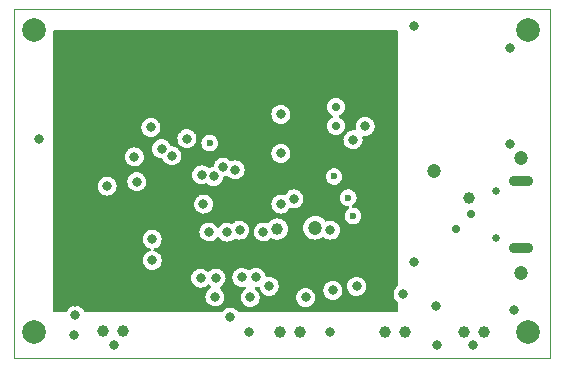
<source format=gbr>
%TF.GenerationSoftware,KiCad,Pcbnew,(6.0.1)*%
%TF.CreationDate,2022-09-04T12:14:09+08:00*%
%TF.ProjectId,Digital Clock,44696769-7461-46c2-9043-6c6f636b2e6b,_____*%
%TF.SameCoordinates,Original*%
%TF.FileFunction,Copper,L3,Inr*%
%TF.FilePolarity,Positive*%
%FSLAX46Y46*%
G04 Gerber Fmt 4.6, Leading zero omitted, Abs format (unit mm)*
G04 Created by KiCad (PCBNEW (6.0.1)) date 2022-09-04 12:14:09*
%MOMM*%
%LPD*%
G01*
G04 APERTURE LIST*
%TA.AperFunction,Profile*%
%ADD10C,0.100000*%
%TD*%
%TA.AperFunction,ComponentPad*%
%ADD11C,0.650000*%
%TD*%
%TA.AperFunction,ComponentPad*%
%ADD12O,2.090000X0.930000*%
%TD*%
%TA.AperFunction,ComponentPad*%
%ADD13C,1.000000*%
%TD*%
%TA.AperFunction,ViaPad*%
%ADD14C,0.800000*%
%TD*%
%TA.AperFunction,ViaPad*%
%ADD15C,1.200000*%
%TD*%
%TA.AperFunction,ViaPad*%
%ADD16C,2.000000*%
%TD*%
%TA.AperFunction,ViaPad*%
%ADD17C,1.000000*%
%TD*%
%TA.AperFunction,ViaPad*%
%ADD18C,0.700000*%
%TD*%
%TA.AperFunction,ViaPad*%
%ADD19C,0.600000*%
%TD*%
G04 APERTURE END LIST*
D10*
X43410000Y-19400000D02*
X88800000Y-19400000D01*
X88800000Y-19400000D02*
X88800000Y-48900000D01*
X88800000Y-48900000D02*
X43410000Y-48900000D01*
X43410000Y-48900000D02*
X43410000Y-19400000D01*
D11*
%TO.N,GND*%
%TO.C,J1*%
X84237500Y-34760000D03*
X84237500Y-38760000D03*
D12*
X86337500Y-39590000D03*
X86337500Y-33910000D03*
%TD*%
D13*
%TO.N,GND*%
%TO.C,SW2*%
X50910000Y-46680000D03*
X52610000Y-46680000D03*
%TD*%
%TO.N,GND*%
%TO.C,SW5*%
X74810000Y-46700000D03*
X76510000Y-46700000D03*
%TD*%
%TO.N,GND*%
%TO.C,SW1*%
X83170000Y-46700000D03*
X81470000Y-46700000D03*
%TD*%
%TO.N,GND*%
%TO.C,SW3*%
X67620000Y-46700000D03*
X65920000Y-46700000D03*
%TD*%
D14*
%TO.N,GND*%
X72110000Y-30460000D03*
X63300000Y-46750000D03*
X85400000Y-22650000D03*
D15*
X68900000Y-37900000D03*
D14*
X70200000Y-38100000D03*
X70400000Y-43200000D03*
D16*
X86900000Y-21199999D03*
D14*
X45550000Y-30410000D03*
X48450000Y-47000000D03*
D15*
X79000000Y-33100000D03*
D17*
X81900000Y-35400000D03*
D14*
X79100000Y-44550000D03*
X85700000Y-44900000D03*
X63900000Y-42100000D03*
X48600000Y-45300000D03*
D15*
X86350000Y-32000000D03*
X86337907Y-41700667D03*
D16*
X45100000Y-46700000D03*
D17*
X65700000Y-38000000D03*
D14*
X59450000Y-35890000D03*
X73130000Y-29320000D03*
D16*
X86900000Y-46700000D03*
X45100000Y-21200000D03*
D14*
X53810000Y-34000000D03*
X85400000Y-30850000D03*
X77250000Y-20850000D03*
D17*
%TO.N,VCC*%
X48610000Y-44100000D03*
D14*
X72110000Y-34360000D03*
X74500000Y-27200000D03*
X59330000Y-34600000D03*
X71970000Y-31690000D03*
X70760000Y-22260000D03*
D17*
X67300000Y-38100000D03*
D14*
X74600000Y-24500000D03*
D17*
X74300000Y-40100000D03*
D14*
X61370000Y-23740000D03*
%TO.N,/DIG1*%
X59290000Y-33420000D03*
%TO.N,/DIG4*%
X55900000Y-31200000D03*
%TO.N,/DIG2*%
X53600000Y-31900000D03*
%TO.N,/DIG3*%
X51290000Y-34370000D03*
%TO.N,/A*%
X58050000Y-30350000D03*
%TO.N,/B*%
X55000000Y-29400000D03*
%TO.N,/C*%
X64510000Y-38260000D03*
%TO.N,/D*%
X61710000Y-45460000D03*
%TO.N,/E*%
X72410000Y-42860000D03*
%TO.N,/F*%
X66000000Y-28300000D03*
X66000000Y-31600000D03*
X55110000Y-38860000D03*
X55110000Y-40660000D03*
X66000000Y-35900000D03*
%TO.N,/G*%
X60410000Y-43760000D03*
%TO.N,/DP*%
X65010000Y-42860000D03*
D18*
%TO.N,/UD+*%
X82110000Y-36760000D03*
X80840000Y-38010000D03*
%TO.N,/P3.7*%
X70660000Y-29280000D03*
X70660000Y-27680000D03*
D14*
%TO.N,/P3.2*%
X77250000Y-40800000D03*
X51850000Y-47800000D03*
D19*
X70510000Y-33560000D03*
D14*
X79200000Y-47800000D03*
X70200000Y-46700000D03*
%TO.N,/P1.4*%
X59210000Y-42160000D03*
X60310000Y-33560000D03*
X59910000Y-38260000D03*
%TO.N,/P1.5*%
X61470000Y-38270000D03*
X60510000Y-42160000D03*
X61110000Y-32760000D03*
%TO.N,/P5.4*%
X62500000Y-38100000D03*
X62130000Y-33000000D03*
X68100000Y-43800000D03*
X63400000Y-43800000D03*
X62700000Y-42100000D03*
D19*
%TO.N,/TX*%
X71710000Y-35360000D03*
X72100000Y-36900000D03*
%TO.N,/P1.3*%
X59980000Y-30730000D03*
D14*
X56780000Y-31810000D03*
%TO.N,/P5.5*%
X67110000Y-35460000D03*
X82250000Y-47850000D03*
X76350000Y-43500000D03*
%TD*%
%TA.AperFunction,Conductor*%
%TO.N,VCC*%
G36*
X75842121Y-21180002D02*
G01*
X75888614Y-21233658D01*
X75900000Y-21286000D01*
X75900000Y-42768844D01*
X75879998Y-42836965D01*
X75854497Y-42864928D01*
X75854045Y-42865206D01*
X75725732Y-42990859D01*
X75721913Y-42996784D01*
X75721912Y-42996786D01*
X75634648Y-43132193D01*
X75628446Y-43141817D01*
X75626037Y-43148437D01*
X75626035Y-43148440D01*
X75610466Y-43191217D01*
X75567022Y-43310578D01*
X75544514Y-43488753D01*
X75545201Y-43495760D01*
X75545201Y-43495763D01*
X75549923Y-43543918D01*
X75562039Y-43667486D01*
X75564262Y-43674168D01*
X75564262Y-43674169D01*
X75612285Y-43818532D01*
X75618726Y-43837896D01*
X75622373Y-43843918D01*
X75701256Y-43974169D01*
X75711759Y-43991512D01*
X75836514Y-44120699D01*
X75842409Y-44124557D01*
X75842412Y-44124559D01*
X75842996Y-44124941D01*
X75843287Y-44125283D01*
X75847835Y-44129045D01*
X75847174Y-44129844D01*
X75889043Y-44178979D01*
X75900000Y-44230371D01*
X75900000Y-44934000D01*
X75879998Y-45002121D01*
X75826342Y-45048614D01*
X75774000Y-45060000D01*
X62473880Y-45060000D01*
X62405759Y-45039998D01*
X62367026Y-45000769D01*
X62345052Y-44965603D01*
X62345050Y-44965600D01*
X62341316Y-44959625D01*
X62277771Y-44895635D01*
X62219733Y-44837190D01*
X62219729Y-44837187D01*
X62214770Y-44832193D01*
X62203761Y-44825206D01*
X62149638Y-44790859D01*
X62063136Y-44735963D01*
X62033352Y-44725357D01*
X61900586Y-44678081D01*
X61900581Y-44678080D01*
X61893951Y-44675719D01*
X61886965Y-44674886D01*
X61886961Y-44674885D01*
X61759177Y-44659648D01*
X61715624Y-44654455D01*
X61708621Y-44655191D01*
X61708620Y-44655191D01*
X61544025Y-44672490D01*
X61544021Y-44672491D01*
X61537017Y-44673227D01*
X61530346Y-44675498D01*
X61373677Y-44728832D01*
X61373674Y-44728833D01*
X61367007Y-44731103D01*
X61361009Y-44734793D01*
X61361007Y-44734794D01*
X61290526Y-44778155D01*
X61214045Y-44825206D01*
X61209014Y-44830132D01*
X61209011Y-44830135D01*
X61094965Y-44941817D01*
X61085732Y-44950859D01*
X61081916Y-44956781D01*
X61081913Y-44956784D01*
X61052609Y-45002255D01*
X60998895Y-45048680D01*
X60946698Y-45060000D01*
X49453663Y-45060000D01*
X49385542Y-45039998D01*
X49339049Y-44986342D01*
X49334672Y-44975437D01*
X49328803Y-44958584D01*
X49326485Y-44951927D01*
X49231316Y-44799625D01*
X49161015Y-44728832D01*
X49109733Y-44677190D01*
X49109729Y-44677187D01*
X49104770Y-44672193D01*
X49093761Y-44665206D01*
X48973855Y-44589112D01*
X48953136Y-44575963D01*
X48920823Y-44564457D01*
X48790586Y-44518081D01*
X48790581Y-44518080D01*
X48783951Y-44515719D01*
X48776965Y-44514886D01*
X48776961Y-44514885D01*
X48649177Y-44499648D01*
X48605624Y-44494455D01*
X48598621Y-44495191D01*
X48598620Y-44495191D01*
X48434025Y-44512490D01*
X48434021Y-44512491D01*
X48427017Y-44513227D01*
X48420346Y-44515498D01*
X48263677Y-44568832D01*
X48263674Y-44568833D01*
X48257007Y-44571103D01*
X48251009Y-44574793D01*
X48251007Y-44574794D01*
X48239886Y-44581636D01*
X48104045Y-44665206D01*
X48099014Y-44670132D01*
X48099011Y-44670135D01*
X48093535Y-44675498D01*
X47975732Y-44790859D01*
X47971913Y-44796784D01*
X47971912Y-44796786D01*
X47953597Y-44825206D01*
X47878446Y-44941817D01*
X47865606Y-44977095D01*
X47823511Y-45034266D01*
X47757190Y-45059604D01*
X47747205Y-45060000D01*
X46826000Y-45060000D01*
X46757879Y-45039998D01*
X46711386Y-44986342D01*
X46700000Y-44934000D01*
X46700000Y-42148753D01*
X58404514Y-42148753D01*
X58405201Y-42155760D01*
X58405201Y-42155763D01*
X58406005Y-42163963D01*
X58422039Y-42327486D01*
X58424262Y-42334168D01*
X58424262Y-42334169D01*
X58450316Y-42412490D01*
X58478726Y-42497896D01*
X58482373Y-42503918D01*
X58560344Y-42632663D01*
X58571759Y-42651512D01*
X58576648Y-42656575D01*
X58576649Y-42656576D01*
X58623990Y-42705599D01*
X58696514Y-42780699D01*
X58846789Y-42879036D01*
X59015116Y-42941636D01*
X59022097Y-42942567D01*
X59022099Y-42942568D01*
X59186149Y-42964457D01*
X59186153Y-42964457D01*
X59193130Y-42965388D01*
X59200142Y-42964750D01*
X59200146Y-42964750D01*
X59364960Y-42949751D01*
X59364961Y-42949751D01*
X59371981Y-42949112D01*
X59542782Y-42893615D01*
X59550336Y-42889112D01*
X59690992Y-42805265D01*
X59690994Y-42805264D01*
X59697044Y-42801657D01*
X59772982Y-42729342D01*
X59836107Y-42696850D01*
X59906778Y-42703643D01*
X59950511Y-42733062D01*
X59980914Y-42764545D01*
X59996514Y-42780699D01*
X60022805Y-42797903D01*
X60061771Y-42823402D01*
X60107820Y-42877439D01*
X60117343Y-42947794D01*
X60087318Y-43012129D01*
X60058800Y-43036152D01*
X59914045Y-43125206D01*
X59909014Y-43130132D01*
X59909011Y-43130135D01*
X59856288Y-43181766D01*
X59785732Y-43250859D01*
X59781913Y-43256784D01*
X59781912Y-43256786D01*
X59710571Y-43367486D01*
X59688446Y-43401817D01*
X59686037Y-43408437D01*
X59686035Y-43408440D01*
X59670207Y-43451927D01*
X59627022Y-43570578D01*
X59604514Y-43748753D01*
X59605201Y-43755760D01*
X59605201Y-43755763D01*
X59606005Y-43763963D01*
X59622039Y-43927486D01*
X59624262Y-43934168D01*
X59624262Y-43934169D01*
X59646273Y-44000336D01*
X59678726Y-44097896D01*
X59682373Y-44103918D01*
X59758956Y-44230371D01*
X59771759Y-44251512D01*
X59776648Y-44256575D01*
X59776649Y-44256576D01*
X59801844Y-44282666D01*
X59896514Y-44380699D01*
X60046789Y-44479036D01*
X60215116Y-44541636D01*
X60222097Y-44542567D01*
X60222099Y-44542568D01*
X60386149Y-44564457D01*
X60386153Y-44564457D01*
X60393130Y-44565388D01*
X60400142Y-44564750D01*
X60400146Y-44564750D01*
X60564960Y-44549751D01*
X60564961Y-44549751D01*
X60571981Y-44549112D01*
X60742782Y-44493615D01*
X60773714Y-44475176D01*
X60890992Y-44405265D01*
X60890994Y-44405264D01*
X60897044Y-44401657D01*
X61027099Y-44277807D01*
X61044570Y-44251512D01*
X61104283Y-44161635D01*
X61126483Y-44128222D01*
X61172562Y-44006919D01*
X61187757Y-43966919D01*
X61187758Y-43966914D01*
X61190257Y-43960336D01*
X61191237Y-43953364D01*
X61214700Y-43786416D01*
X61214700Y-43786411D01*
X61215251Y-43782493D01*
X61215565Y-43760000D01*
X61195546Y-43581528D01*
X61190913Y-43568222D01*
X61165680Y-43495763D01*
X61136485Y-43411927D01*
X61115165Y-43377807D01*
X61045049Y-43265599D01*
X61041316Y-43259625D01*
X60970937Y-43188753D01*
X60919733Y-43137190D01*
X60919729Y-43137187D01*
X60914770Y-43132193D01*
X60903761Y-43125206D01*
X60858979Y-43096787D01*
X60812180Y-43043398D01*
X60801675Y-42973183D01*
X60830799Y-42908435D01*
X60861976Y-42882173D01*
X60863119Y-42881492D01*
X60943434Y-42833615D01*
X60990992Y-42805265D01*
X60990994Y-42805264D01*
X60997044Y-42801657D01*
X61127099Y-42677807D01*
X61136303Y-42663955D01*
X61222582Y-42534093D01*
X61226483Y-42528222D01*
X61246334Y-42475963D01*
X61287757Y-42366919D01*
X61287758Y-42366914D01*
X61290257Y-42360336D01*
X61303306Y-42267486D01*
X61314700Y-42186416D01*
X61314700Y-42186411D01*
X61315251Y-42182493D01*
X61315565Y-42160000D01*
X61307573Y-42088753D01*
X61894514Y-42088753D01*
X61895201Y-42095760D01*
X61895201Y-42095763D01*
X61899712Y-42141766D01*
X61912039Y-42267486D01*
X61914262Y-42274168D01*
X61914262Y-42274169D01*
X61962135Y-42418081D01*
X61968726Y-42437896D01*
X61972373Y-42443918D01*
X62048813Y-42570135D01*
X62061759Y-42591512D01*
X62186514Y-42720699D01*
X62336789Y-42819036D01*
X62505116Y-42881636D01*
X62512097Y-42882567D01*
X62512099Y-42882568D01*
X62676149Y-42904457D01*
X62676153Y-42904457D01*
X62683130Y-42905388D01*
X62690142Y-42904750D01*
X62690146Y-42904750D01*
X62854960Y-42889751D01*
X62854961Y-42889751D01*
X62861981Y-42889112D01*
X62871601Y-42885986D01*
X62897293Y-42877639D01*
X62968260Y-42875612D01*
X63029058Y-42912275D01*
X63060383Y-42975987D01*
X63052289Y-43046521D01*
X63002250Y-43104790D01*
X62904045Y-43165206D01*
X62899014Y-43170132D01*
X62899011Y-43170135D01*
X62849590Y-43218532D01*
X62775732Y-43290859D01*
X62771913Y-43296784D01*
X62771912Y-43296786D01*
X62755967Y-43321528D01*
X62678446Y-43441817D01*
X62676037Y-43448437D01*
X62676035Y-43448440D01*
X62658811Y-43495763D01*
X62617022Y-43610578D01*
X62594514Y-43788753D01*
X62595201Y-43795760D01*
X62595201Y-43795763D01*
X62599701Y-43841657D01*
X62612039Y-43967486D01*
X62614262Y-43974168D01*
X62614262Y-43974169D01*
X62665782Y-44129045D01*
X62668726Y-44137896D01*
X62672373Y-44143918D01*
X62756402Y-44282666D01*
X62761759Y-44291512D01*
X62886514Y-44420699D01*
X63036789Y-44519036D01*
X63205116Y-44581636D01*
X63212097Y-44582567D01*
X63212099Y-44582568D01*
X63376149Y-44604457D01*
X63376153Y-44604457D01*
X63383130Y-44605388D01*
X63390142Y-44604750D01*
X63390146Y-44604750D01*
X63554960Y-44589751D01*
X63554961Y-44589751D01*
X63561981Y-44589112D01*
X63732782Y-44533615D01*
X63764202Y-44514885D01*
X63880992Y-44445265D01*
X63880994Y-44445264D01*
X63887044Y-44441657D01*
X64017099Y-44317807D01*
X64034570Y-44291512D01*
X64112582Y-44174093D01*
X64116483Y-44168222D01*
X64134535Y-44120699D01*
X64177757Y-44006919D01*
X64177758Y-44006914D01*
X64180257Y-44000336D01*
X64181745Y-43989751D01*
X64204700Y-43826416D01*
X64204700Y-43826411D01*
X64205251Y-43822493D01*
X64205565Y-43800000D01*
X64204303Y-43788753D01*
X67294514Y-43788753D01*
X67295201Y-43795760D01*
X67295201Y-43795763D01*
X67299701Y-43841657D01*
X67312039Y-43967486D01*
X67314262Y-43974168D01*
X67314262Y-43974169D01*
X67365782Y-44129045D01*
X67368726Y-44137896D01*
X67372373Y-44143918D01*
X67456402Y-44282666D01*
X67461759Y-44291512D01*
X67586514Y-44420699D01*
X67736789Y-44519036D01*
X67905116Y-44581636D01*
X67912097Y-44582567D01*
X67912099Y-44582568D01*
X68076149Y-44604457D01*
X68076153Y-44604457D01*
X68083130Y-44605388D01*
X68090142Y-44604750D01*
X68090146Y-44604750D01*
X68254960Y-44589751D01*
X68254961Y-44589751D01*
X68261981Y-44589112D01*
X68432782Y-44533615D01*
X68464202Y-44514885D01*
X68580992Y-44445265D01*
X68580994Y-44445264D01*
X68587044Y-44441657D01*
X68717099Y-44317807D01*
X68734570Y-44291512D01*
X68812582Y-44174093D01*
X68816483Y-44168222D01*
X68834535Y-44120699D01*
X68877757Y-44006919D01*
X68877758Y-44006914D01*
X68880257Y-44000336D01*
X68881745Y-43989751D01*
X68904700Y-43826416D01*
X68904700Y-43826411D01*
X68905251Y-43822493D01*
X68905565Y-43800000D01*
X68885546Y-43621528D01*
X68879427Y-43603955D01*
X68854097Y-43531217D01*
X68826485Y-43451927D01*
X68731316Y-43299625D01*
X68666240Y-43234093D01*
X68621216Y-43188753D01*
X69594514Y-43188753D01*
X69595201Y-43195760D01*
X69595201Y-43195763D01*
X69600973Y-43254627D01*
X69612039Y-43367486D01*
X69614262Y-43374168D01*
X69614262Y-43374169D01*
X69652379Y-43488753D01*
X69668726Y-43537896D01*
X69672373Y-43543918D01*
X69751256Y-43674169D01*
X69761759Y-43691512D01*
X69886514Y-43820699D01*
X70036789Y-43919036D01*
X70205116Y-43981636D01*
X70212097Y-43982567D01*
X70212099Y-43982568D01*
X70376149Y-44004457D01*
X70376153Y-44004457D01*
X70383130Y-44005388D01*
X70390142Y-44004750D01*
X70390146Y-44004750D01*
X70554960Y-43989751D01*
X70554961Y-43989751D01*
X70561981Y-43989112D01*
X70732782Y-43933615D01*
X70842481Y-43868222D01*
X70880992Y-43845265D01*
X70880994Y-43845264D01*
X70887044Y-43841657D01*
X71017099Y-43717807D01*
X71034570Y-43691512D01*
X71076416Y-43628527D01*
X71116483Y-43568222D01*
X71144008Y-43495763D01*
X71177757Y-43406919D01*
X71177758Y-43406914D01*
X71180257Y-43400336D01*
X71181237Y-43393364D01*
X71204700Y-43226416D01*
X71204700Y-43226411D01*
X71205251Y-43222493D01*
X71205565Y-43200000D01*
X71185546Y-43021528D01*
X71179427Y-43003955D01*
X71136831Y-42881636D01*
X71126485Y-42851927D01*
X71124502Y-42848753D01*
X71604514Y-42848753D01*
X71605201Y-42855760D01*
X71605201Y-42855763D01*
X71613078Y-42936097D01*
X71622039Y-43027486D01*
X71624262Y-43034168D01*
X71624262Y-43034169D01*
X71675685Y-43188753D01*
X71678726Y-43197896D01*
X71682373Y-43203918D01*
X71746969Y-43310578D01*
X71771759Y-43351512D01*
X71776648Y-43356575D01*
X71776649Y-43356576D01*
X71797152Y-43377807D01*
X71896514Y-43480699D01*
X72046789Y-43579036D01*
X72215116Y-43641636D01*
X72222097Y-43642567D01*
X72222099Y-43642568D01*
X72386149Y-43664457D01*
X72386153Y-43664457D01*
X72393130Y-43665388D01*
X72400142Y-43664750D01*
X72400146Y-43664750D01*
X72564960Y-43649751D01*
X72564961Y-43649751D01*
X72571981Y-43649112D01*
X72742782Y-43593615D01*
X72781427Y-43570578D01*
X72890992Y-43505265D01*
X72890994Y-43505264D01*
X72897044Y-43501657D01*
X73027099Y-43377807D01*
X73033957Y-43367486D01*
X73107505Y-43256786D01*
X73126483Y-43228222D01*
X73145868Y-43177190D01*
X73187757Y-43066919D01*
X73187758Y-43066914D01*
X73190257Y-43060336D01*
X73192199Y-43046521D01*
X73214700Y-42886416D01*
X73214700Y-42886411D01*
X73215251Y-42882493D01*
X73215424Y-42870134D01*
X73215510Y-42863963D01*
X73215510Y-42863958D01*
X73215565Y-42860000D01*
X73195546Y-42681528D01*
X73189427Y-42663955D01*
X73142159Y-42528222D01*
X73136485Y-42511927D01*
X73131481Y-42503918D01*
X73045049Y-42365599D01*
X73041316Y-42359625D01*
X72949818Y-42267486D01*
X72919733Y-42237190D01*
X72919729Y-42237187D01*
X72914770Y-42232193D01*
X72903761Y-42225206D01*
X72830214Y-42178532D01*
X72763136Y-42135963D01*
X72712867Y-42118063D01*
X72600586Y-42078081D01*
X72600581Y-42078080D01*
X72593951Y-42075719D01*
X72586965Y-42074886D01*
X72586961Y-42074885D01*
X72459177Y-42059648D01*
X72415624Y-42054455D01*
X72408621Y-42055191D01*
X72408620Y-42055191D01*
X72244025Y-42072490D01*
X72244021Y-42072491D01*
X72237017Y-42073227D01*
X72230346Y-42075498D01*
X72073677Y-42128832D01*
X72073674Y-42128833D01*
X72067007Y-42131103D01*
X72061009Y-42134793D01*
X72061007Y-42134794D01*
X72038317Y-42148753D01*
X71914045Y-42225206D01*
X71909014Y-42230132D01*
X71909011Y-42230135D01*
X71901807Y-42237190D01*
X71785732Y-42350859D01*
X71781913Y-42356784D01*
X71781912Y-42356786D01*
X71775382Y-42366919D01*
X71688446Y-42501817D01*
X71686037Y-42508437D01*
X71686035Y-42508440D01*
X71678835Y-42528222D01*
X71627022Y-42670578D01*
X71604514Y-42848753D01*
X71124502Y-42848753D01*
X71120623Y-42842545D01*
X71035049Y-42705599D01*
X71031316Y-42699625D01*
X70962277Y-42630103D01*
X70909733Y-42577190D01*
X70909729Y-42577187D01*
X70904770Y-42572193D01*
X70893761Y-42565206D01*
X70793875Y-42501817D01*
X70753136Y-42475963D01*
X70723352Y-42465357D01*
X70590586Y-42418081D01*
X70590581Y-42418080D01*
X70583951Y-42415719D01*
X70576965Y-42414886D01*
X70576961Y-42414885D01*
X70449177Y-42399648D01*
X70405624Y-42394455D01*
X70398621Y-42395191D01*
X70398620Y-42395191D01*
X70234025Y-42412490D01*
X70234021Y-42412491D01*
X70227017Y-42413227D01*
X70220346Y-42415498D01*
X70063677Y-42468832D01*
X70063674Y-42468833D01*
X70057007Y-42471103D01*
X70051009Y-42474793D01*
X70051007Y-42474794D01*
X70007082Y-42501817D01*
X69904045Y-42565206D01*
X69899014Y-42570132D01*
X69899011Y-42570135D01*
X69877182Y-42591512D01*
X69775732Y-42690859D01*
X69771913Y-42696784D01*
X69771912Y-42696786D01*
X69710113Y-42792679D01*
X69678446Y-42841817D01*
X69676037Y-42848437D01*
X69676035Y-42848440D01*
X69654199Y-42908435D01*
X69617022Y-43010578D01*
X69594514Y-43188753D01*
X68621216Y-43188753D01*
X68609733Y-43177190D01*
X68609729Y-43177187D01*
X68604770Y-43172193D01*
X68593761Y-43165206D01*
X68462743Y-43082060D01*
X68453136Y-43075963D01*
X68389671Y-43053364D01*
X68290586Y-43018081D01*
X68290581Y-43018080D01*
X68283951Y-43015719D01*
X68276965Y-43014886D01*
X68276961Y-43014885D01*
X68148981Y-42999625D01*
X68105624Y-42994455D01*
X68098621Y-42995191D01*
X68098620Y-42995191D01*
X67934025Y-43012490D01*
X67934021Y-43012491D01*
X67927017Y-43013227D01*
X67920346Y-43015498D01*
X67763677Y-43068832D01*
X67763674Y-43068833D01*
X67757007Y-43071103D01*
X67751009Y-43074793D01*
X67751007Y-43074794D01*
X67715258Y-43096787D01*
X67604045Y-43165206D01*
X67599014Y-43170132D01*
X67599011Y-43170135D01*
X67549590Y-43218532D01*
X67475732Y-43290859D01*
X67471913Y-43296784D01*
X67471912Y-43296786D01*
X67455967Y-43321528D01*
X67378446Y-43441817D01*
X67376037Y-43448437D01*
X67376035Y-43448440D01*
X67358811Y-43495763D01*
X67317022Y-43610578D01*
X67294514Y-43788753D01*
X64204303Y-43788753D01*
X64185546Y-43621528D01*
X64179427Y-43603955D01*
X64154097Y-43531217D01*
X64126485Y-43451927D01*
X64031316Y-43299625D01*
X63966240Y-43234093D01*
X63909733Y-43177190D01*
X63909729Y-43177187D01*
X63904770Y-43172193D01*
X63893761Y-43165206D01*
X63846871Y-43135449D01*
X63800072Y-43082060D01*
X63789567Y-43011845D01*
X63818691Y-42947097D01*
X63878197Y-42908373D01*
X63902966Y-42903583D01*
X64054963Y-42889751D01*
X64054966Y-42889750D01*
X64061981Y-42889112D01*
X64068502Y-42886993D01*
X64139179Y-42892885D01*
X64195511Y-42936097D01*
X64219159Y-42998119D01*
X64222039Y-43027486D01*
X64224262Y-43034168D01*
X64224262Y-43034169D01*
X64275685Y-43188753D01*
X64278726Y-43197896D01*
X64282373Y-43203918D01*
X64346969Y-43310578D01*
X64371759Y-43351512D01*
X64376648Y-43356575D01*
X64376649Y-43356576D01*
X64397152Y-43377807D01*
X64496514Y-43480699D01*
X64646789Y-43579036D01*
X64815116Y-43641636D01*
X64822097Y-43642567D01*
X64822099Y-43642568D01*
X64986149Y-43664457D01*
X64986153Y-43664457D01*
X64993130Y-43665388D01*
X65000142Y-43664750D01*
X65000146Y-43664750D01*
X65164960Y-43649751D01*
X65164961Y-43649751D01*
X65171981Y-43649112D01*
X65342782Y-43593615D01*
X65381427Y-43570578D01*
X65490992Y-43505265D01*
X65490994Y-43505264D01*
X65497044Y-43501657D01*
X65627099Y-43377807D01*
X65633957Y-43367486D01*
X65707505Y-43256786D01*
X65726483Y-43228222D01*
X65745868Y-43177190D01*
X65787757Y-43066919D01*
X65787758Y-43066914D01*
X65790257Y-43060336D01*
X65792199Y-43046521D01*
X65814700Y-42886416D01*
X65814700Y-42886411D01*
X65815251Y-42882493D01*
X65815424Y-42870134D01*
X65815510Y-42863963D01*
X65815510Y-42863958D01*
X65815565Y-42860000D01*
X65795546Y-42681528D01*
X65789427Y-42663955D01*
X65742159Y-42528222D01*
X65736485Y-42511927D01*
X65731481Y-42503918D01*
X65645049Y-42365599D01*
X65641316Y-42359625D01*
X65549818Y-42267486D01*
X65519733Y-42237190D01*
X65519729Y-42237187D01*
X65514770Y-42232193D01*
X65503761Y-42225206D01*
X65430214Y-42178532D01*
X65363136Y-42135963D01*
X65312867Y-42118063D01*
X65200586Y-42078081D01*
X65200581Y-42078080D01*
X65193951Y-42075719D01*
X65186965Y-42074886D01*
X65186961Y-42074885D01*
X65059177Y-42059648D01*
X65015624Y-42054455D01*
X65008621Y-42055191D01*
X65008620Y-42055191D01*
X64970467Y-42059201D01*
X64841602Y-42072745D01*
X64841600Y-42072745D01*
X64837017Y-42073227D01*
X64836932Y-42072422D01*
X64771735Y-42067906D01*
X64714804Y-42025488D01*
X64690287Y-41963796D01*
X64686331Y-41928527D01*
X64685546Y-41921528D01*
X64679427Y-41903955D01*
X64628803Y-41758584D01*
X64626485Y-41751927D01*
X64587893Y-41690166D01*
X64535049Y-41605599D01*
X64531316Y-41599625D01*
X64460604Y-41528418D01*
X64409733Y-41477190D01*
X64409729Y-41477187D01*
X64404770Y-41472193D01*
X64393761Y-41465206D01*
X64261848Y-41381492D01*
X64253136Y-41375963D01*
X64195077Y-41355289D01*
X64090586Y-41318081D01*
X64090581Y-41318080D01*
X64083951Y-41315719D01*
X64076965Y-41314886D01*
X64076961Y-41314885D01*
X63949177Y-41299648D01*
X63905624Y-41294455D01*
X63898621Y-41295191D01*
X63898620Y-41295191D01*
X63734025Y-41312490D01*
X63734021Y-41312491D01*
X63727017Y-41313227D01*
X63720346Y-41315498D01*
X63563677Y-41368832D01*
X63563674Y-41368833D01*
X63557007Y-41371103D01*
X63551009Y-41374793D01*
X63551007Y-41374794D01*
X63410046Y-41461514D01*
X63404045Y-41465206D01*
X63399012Y-41470135D01*
X63388896Y-41480041D01*
X63326230Y-41513411D01*
X63255472Y-41507605D01*
X63215366Y-41481433D01*
X63215226Y-41481607D01*
X63213476Y-41480200D01*
X63211332Y-41478801D01*
X63209732Y-41477190D01*
X63204770Y-41472193D01*
X63193761Y-41465206D01*
X63061848Y-41381492D01*
X63053136Y-41375963D01*
X62995077Y-41355289D01*
X62890586Y-41318081D01*
X62890581Y-41318080D01*
X62883951Y-41315719D01*
X62876965Y-41314886D01*
X62876961Y-41314885D01*
X62749177Y-41299648D01*
X62705624Y-41294455D01*
X62698621Y-41295191D01*
X62698620Y-41295191D01*
X62534025Y-41312490D01*
X62534021Y-41312491D01*
X62527017Y-41313227D01*
X62520346Y-41315498D01*
X62363677Y-41368832D01*
X62363674Y-41368833D01*
X62357007Y-41371103D01*
X62351009Y-41374793D01*
X62351007Y-41374794D01*
X62280526Y-41418155D01*
X62204045Y-41465206D01*
X62199014Y-41470132D01*
X62199011Y-41470135D01*
X62146544Y-41521515D01*
X62075732Y-41590859D01*
X62071913Y-41596784D01*
X62071912Y-41596786D01*
X62034636Y-41654627D01*
X61978446Y-41741817D01*
X61917022Y-41910578D01*
X61894514Y-42088753D01*
X61307573Y-42088753D01*
X61295546Y-41981528D01*
X61289427Y-41963955D01*
X61238803Y-41818584D01*
X61236485Y-41811927D01*
X61141316Y-41659625D01*
X61070634Y-41588448D01*
X61019733Y-41537190D01*
X61019729Y-41537187D01*
X61014770Y-41532193D01*
X61003761Y-41525206D01*
X60916982Y-41470135D01*
X60863136Y-41435963D01*
X60833352Y-41425357D01*
X60700586Y-41378081D01*
X60700581Y-41378080D01*
X60693951Y-41375719D01*
X60686965Y-41374886D01*
X60686961Y-41374885D01*
X60559177Y-41359648D01*
X60515624Y-41354455D01*
X60508621Y-41355191D01*
X60508620Y-41355191D01*
X60344025Y-41372490D01*
X60344021Y-41372491D01*
X60337017Y-41373227D01*
X60330346Y-41375498D01*
X60173677Y-41428832D01*
X60173674Y-41428833D01*
X60167007Y-41431103D01*
X60161009Y-41434793D01*
X60161007Y-41434794D01*
X60149886Y-41441636D01*
X60014045Y-41525206D01*
X60009014Y-41530132D01*
X60009011Y-41530135D01*
X59948197Y-41589689D01*
X59885532Y-41623059D01*
X59814774Y-41617253D01*
X59770634Y-41588448D01*
X59719737Y-41537194D01*
X59719732Y-41537190D01*
X59714770Y-41532193D01*
X59703761Y-41525206D01*
X59616982Y-41470135D01*
X59563136Y-41435963D01*
X59533352Y-41425357D01*
X59400586Y-41378081D01*
X59400581Y-41378080D01*
X59393951Y-41375719D01*
X59386965Y-41374886D01*
X59386961Y-41374885D01*
X59259177Y-41359648D01*
X59215624Y-41354455D01*
X59208621Y-41355191D01*
X59208620Y-41355191D01*
X59044025Y-41372490D01*
X59044021Y-41372491D01*
X59037017Y-41373227D01*
X59030346Y-41375498D01*
X58873677Y-41428832D01*
X58873674Y-41428833D01*
X58867007Y-41431103D01*
X58861009Y-41434793D01*
X58861007Y-41434794D01*
X58849886Y-41441636D01*
X58714045Y-41525206D01*
X58709014Y-41530132D01*
X58709011Y-41530135D01*
X58701807Y-41537190D01*
X58585732Y-41650859D01*
X58581913Y-41656784D01*
X58581912Y-41656786D01*
X58560400Y-41690166D01*
X58488446Y-41801817D01*
X58427022Y-41970578D01*
X58404514Y-42148753D01*
X46700000Y-42148753D01*
X46700000Y-40648753D01*
X54304514Y-40648753D01*
X54305201Y-40655760D01*
X54305201Y-40655763D01*
X54306005Y-40663963D01*
X54322039Y-40827486D01*
X54324262Y-40834168D01*
X54324262Y-40834169D01*
X54332967Y-40860336D01*
X54378726Y-40997896D01*
X54471759Y-41151512D01*
X54596514Y-41280699D01*
X54746789Y-41379036D01*
X54915116Y-41441636D01*
X54922097Y-41442567D01*
X54922099Y-41442568D01*
X55086149Y-41464457D01*
X55086153Y-41464457D01*
X55093130Y-41465388D01*
X55100142Y-41464750D01*
X55100146Y-41464750D01*
X55264960Y-41449751D01*
X55264961Y-41449751D01*
X55271981Y-41449112D01*
X55442782Y-41393615D01*
X55463119Y-41381492D01*
X55590992Y-41305265D01*
X55590994Y-41305264D01*
X55597044Y-41301657D01*
X55727099Y-41177807D01*
X55744570Y-41151512D01*
X55822582Y-41034093D01*
X55826483Y-41028222D01*
X55841168Y-40989564D01*
X55887757Y-40866919D01*
X55887758Y-40866914D01*
X55890257Y-40860336D01*
X55915251Y-40682493D01*
X55915565Y-40660000D01*
X55895546Y-40481528D01*
X55889427Y-40463955D01*
X55838803Y-40318584D01*
X55836485Y-40311927D01*
X55741316Y-40159625D01*
X55677771Y-40095635D01*
X55619733Y-40037190D01*
X55619729Y-40037187D01*
X55614770Y-40032193D01*
X55603761Y-40025206D01*
X55556860Y-39995442D01*
X55463136Y-39935963D01*
X55299389Y-39877655D01*
X55241926Y-39835962D01*
X55216126Y-39769819D01*
X55230181Y-39700228D01*
X55279629Y-39649282D01*
X55302721Y-39639124D01*
X55436082Y-39595792D01*
X55442782Y-39593615D01*
X55473714Y-39575176D01*
X55590992Y-39505265D01*
X55590994Y-39505264D01*
X55597044Y-39501657D01*
X55727099Y-39377807D01*
X55744570Y-39351512D01*
X55822582Y-39234093D01*
X55826483Y-39228222D01*
X55841168Y-39189564D01*
X55887757Y-39066919D01*
X55887758Y-39066914D01*
X55890257Y-39060336D01*
X55891825Y-39049181D01*
X55914700Y-38886416D01*
X55914700Y-38886411D01*
X55915251Y-38882493D01*
X55915565Y-38860000D01*
X55895546Y-38681528D01*
X55891982Y-38671292D01*
X55838803Y-38518584D01*
X55836485Y-38511927D01*
X55804789Y-38461202D01*
X55745049Y-38365599D01*
X55741316Y-38359625D01*
X55675516Y-38293364D01*
X55631216Y-38248753D01*
X59104514Y-38248753D01*
X59105201Y-38255760D01*
X59105201Y-38255763D01*
X59106606Y-38270091D01*
X59122039Y-38427486D01*
X59124262Y-38434168D01*
X59124262Y-38434169D01*
X59156878Y-38532216D01*
X59178726Y-38597896D01*
X59182373Y-38603918D01*
X59267976Y-38745265D01*
X59271759Y-38751512D01*
X59276648Y-38756575D01*
X59276649Y-38756576D01*
X59306809Y-38787807D01*
X59396514Y-38880699D01*
X59546789Y-38979036D01*
X59715116Y-39041636D01*
X59722097Y-39042567D01*
X59722099Y-39042568D01*
X59886149Y-39064457D01*
X59886153Y-39064457D01*
X59893130Y-39065388D01*
X59900142Y-39064750D01*
X59900146Y-39064750D01*
X60064960Y-39049751D01*
X60064961Y-39049751D01*
X60071981Y-39049112D01*
X60242782Y-38993615D01*
X60248833Y-38990008D01*
X60390992Y-38905265D01*
X60390994Y-38905264D01*
X60397044Y-38901657D01*
X60527099Y-38777807D01*
X60537926Y-38761512D01*
X60581769Y-38695522D01*
X60636126Y-38649851D01*
X60706546Y-38640819D01*
X60770670Y-38671292D01*
X60794493Y-38699978D01*
X60825703Y-38751512D01*
X60831759Y-38761512D01*
X60836648Y-38766575D01*
X60836649Y-38766576D01*
X60889454Y-38821257D01*
X60956514Y-38890699D01*
X61106789Y-38989036D01*
X61275116Y-39051636D01*
X61282097Y-39052567D01*
X61282099Y-39052568D01*
X61446149Y-39074457D01*
X61446153Y-39074457D01*
X61453130Y-39075388D01*
X61460142Y-39074750D01*
X61460146Y-39074750D01*
X61624960Y-39059751D01*
X61624961Y-39059751D01*
X61631981Y-39059112D01*
X61802782Y-39003615D01*
X61850489Y-38975176D01*
X61950992Y-38915265D01*
X61950994Y-38915264D01*
X61957044Y-38911657D01*
X61963627Y-38905388D01*
X62020454Y-38851273D01*
X62083578Y-38818780D01*
X62151266Y-38824420D01*
X62305116Y-38881636D01*
X62312097Y-38882567D01*
X62312099Y-38882568D01*
X62476149Y-38904457D01*
X62476153Y-38904457D01*
X62483130Y-38905388D01*
X62490142Y-38904750D01*
X62490146Y-38904750D01*
X62654960Y-38889751D01*
X62654961Y-38889751D01*
X62661981Y-38889112D01*
X62832782Y-38833615D01*
X62863714Y-38815176D01*
X62980992Y-38745265D01*
X62980994Y-38745264D01*
X62987044Y-38741657D01*
X63117099Y-38617807D01*
X63127360Y-38602364D01*
X63170705Y-38537124D01*
X63216483Y-38468222D01*
X63255466Y-38365599D01*
X63277757Y-38306919D01*
X63277758Y-38306914D01*
X63280257Y-38300336D01*
X63286521Y-38255763D01*
X63287506Y-38248753D01*
X63704514Y-38248753D01*
X63705201Y-38255760D01*
X63705201Y-38255763D01*
X63706606Y-38270091D01*
X63722039Y-38427486D01*
X63724262Y-38434168D01*
X63724262Y-38434169D01*
X63756878Y-38532216D01*
X63778726Y-38597896D01*
X63782373Y-38603918D01*
X63867976Y-38745265D01*
X63871759Y-38751512D01*
X63876648Y-38756575D01*
X63876649Y-38756576D01*
X63906809Y-38787807D01*
X63996514Y-38880699D01*
X64146789Y-38979036D01*
X64315116Y-39041636D01*
X64322097Y-39042567D01*
X64322099Y-39042568D01*
X64486149Y-39064457D01*
X64486153Y-39064457D01*
X64493130Y-39065388D01*
X64500142Y-39064750D01*
X64500146Y-39064750D01*
X64664960Y-39049751D01*
X64664961Y-39049751D01*
X64671981Y-39049112D01*
X64842782Y-38993615D01*
X64848833Y-38990008D01*
X64990992Y-38905265D01*
X64990994Y-38905264D01*
X64997044Y-38901657D01*
X65017037Y-38882618D01*
X65100570Y-38803071D01*
X65163695Y-38770578D01*
X65234365Y-38777371D01*
X65245164Y-38782621D01*
X65247270Y-38784151D01*
X65253301Y-38786836D01*
X65253304Y-38786838D01*
X65350265Y-38830008D01*
X65420197Y-38861144D01*
X65488354Y-38875631D01*
X65598897Y-38899128D01*
X65598901Y-38899128D01*
X65605354Y-38900500D01*
X65794646Y-38900500D01*
X65801099Y-38899128D01*
X65801103Y-38899128D01*
X65911646Y-38875631D01*
X65979803Y-38861144D01*
X66152730Y-38784151D01*
X66234755Y-38724557D01*
X66300532Y-38676767D01*
X66305871Y-38672888D01*
X66313915Y-38663955D01*
X66428114Y-38537124D01*
X66428115Y-38537123D01*
X66432533Y-38532216D01*
X66480327Y-38449434D01*
X66523875Y-38374007D01*
X66523876Y-38374006D01*
X66527179Y-38368284D01*
X66585674Y-38188256D01*
X66592174Y-38126416D01*
X66604770Y-38006565D01*
X66605460Y-38000000D01*
X66597948Y-37928527D01*
X66593475Y-37885963D01*
X67894757Y-37885963D01*
X67911175Y-38081483D01*
X67965258Y-38270091D01*
X67968076Y-38275574D01*
X68052123Y-38439113D01*
X68052126Y-38439117D01*
X68054944Y-38444601D01*
X68176818Y-38598369D01*
X68181511Y-38602363D01*
X68181512Y-38602364D01*
X68320556Y-38720699D01*
X68326238Y-38725535D01*
X68331616Y-38728541D01*
X68331618Y-38728542D01*
X68406833Y-38770578D01*
X68497513Y-38821257D01*
X68684118Y-38881889D01*
X68878946Y-38905121D01*
X68885081Y-38904649D01*
X68885083Y-38904649D01*
X69068434Y-38890541D01*
X69068438Y-38890540D01*
X69074576Y-38890068D01*
X69263556Y-38837303D01*
X69438689Y-38748837D01*
X69443536Y-38745050D01*
X69443541Y-38745047D01*
X69506028Y-38696226D01*
X69572023Y-38670048D01*
X69641693Y-38683705D01*
X69674238Y-38707988D01*
X69681615Y-38715627D01*
X69681620Y-38715631D01*
X69686514Y-38720699D01*
X69836789Y-38819036D01*
X70005116Y-38881636D01*
X70012097Y-38882567D01*
X70012099Y-38882568D01*
X70176149Y-38904457D01*
X70176153Y-38904457D01*
X70183130Y-38905388D01*
X70190142Y-38904750D01*
X70190146Y-38904750D01*
X70354960Y-38889751D01*
X70354961Y-38889751D01*
X70361981Y-38889112D01*
X70532782Y-38833615D01*
X70563714Y-38815176D01*
X70680992Y-38745265D01*
X70680994Y-38745264D01*
X70687044Y-38741657D01*
X70817099Y-38617807D01*
X70827360Y-38602364D01*
X70870705Y-38537124D01*
X70916483Y-38468222D01*
X70955466Y-38365599D01*
X70977757Y-38306919D01*
X70977758Y-38306914D01*
X70980257Y-38300336D01*
X70986521Y-38255763D01*
X71004700Y-38126416D01*
X71004700Y-38126411D01*
X71005251Y-38122493D01*
X71005565Y-38100000D01*
X70985546Y-37921528D01*
X70926485Y-37751927D01*
X70892224Y-37697097D01*
X70835049Y-37605599D01*
X70831316Y-37599625D01*
X70751054Y-37518801D01*
X70709733Y-37477190D01*
X70709729Y-37477187D01*
X70704770Y-37472193D01*
X70693761Y-37465206D01*
X70563537Y-37382564D01*
X70553136Y-37375963D01*
X70493656Y-37354783D01*
X70390586Y-37318081D01*
X70390581Y-37318080D01*
X70383951Y-37315719D01*
X70376965Y-37314886D01*
X70376961Y-37314885D01*
X70249177Y-37299648D01*
X70205624Y-37294455D01*
X70198621Y-37295191D01*
X70198620Y-37295191D01*
X70034025Y-37312490D01*
X70034021Y-37312491D01*
X70027017Y-37313227D01*
X69971828Y-37332015D01*
X69863790Y-37368794D01*
X69792858Y-37371812D01*
X69731554Y-37336002D01*
X69725550Y-37329160D01*
X69613361Y-37191602D01*
X69462180Y-37066535D01*
X69289585Y-36973213D01*
X69195869Y-36944203D01*
X69108039Y-36917015D01*
X69108036Y-36917014D01*
X69102152Y-36915193D01*
X69096027Y-36914549D01*
X69096026Y-36914549D01*
X68913147Y-36895327D01*
X68913146Y-36895327D01*
X68907019Y-36894683D01*
X68803160Y-36904135D01*
X68717759Y-36911907D01*
X68717758Y-36911907D01*
X68711618Y-36912466D01*
X68705704Y-36914207D01*
X68705702Y-36914207D01*
X68689886Y-36918862D01*
X68523393Y-36967864D01*
X68517928Y-36970721D01*
X68354972Y-37055912D01*
X68354968Y-37055915D01*
X68349512Y-37058767D01*
X68344712Y-37062627D01*
X68344711Y-37062627D01*
X68329188Y-37075108D01*
X68196600Y-37181711D01*
X68070480Y-37332016D01*
X68067516Y-37337408D01*
X68067513Y-37337412D01*
X68045401Y-37377634D01*
X67975956Y-37503954D01*
X67974095Y-37509821D01*
X67974094Y-37509823D01*
X67963001Y-37544794D01*
X67916628Y-37690978D01*
X67894757Y-37885963D01*
X66593475Y-37885963D01*
X66586364Y-37818307D01*
X66586364Y-37818305D01*
X66585674Y-37811744D01*
X66527179Y-37631716D01*
X66523421Y-37625206D01*
X66435836Y-37473505D01*
X66432533Y-37467784D01*
X66428114Y-37462876D01*
X66310286Y-37332015D01*
X66310284Y-37332014D01*
X66305871Y-37327112D01*
X66167610Y-37226660D01*
X66158072Y-37219730D01*
X66158071Y-37219729D01*
X66152730Y-37215849D01*
X65979803Y-37138856D01*
X65881788Y-37118022D01*
X65801103Y-37100872D01*
X65801099Y-37100872D01*
X65794646Y-37099500D01*
X65605354Y-37099500D01*
X65598901Y-37100872D01*
X65598897Y-37100872D01*
X65518212Y-37118022D01*
X65420197Y-37138856D01*
X65247270Y-37215849D01*
X65241929Y-37219729D01*
X65241928Y-37219730D01*
X65232390Y-37226660D01*
X65094129Y-37327112D01*
X65089716Y-37332014D01*
X65089714Y-37332015D01*
X64971886Y-37462876D01*
X64967467Y-37467784D01*
X64964164Y-37473504D01*
X64962753Y-37475447D01*
X64906531Y-37518801D01*
X64835795Y-37524878D01*
X64818549Y-37520086D01*
X64700586Y-37478081D01*
X64700581Y-37478080D01*
X64693951Y-37475719D01*
X64686965Y-37474886D01*
X64686961Y-37474885D01*
X64559177Y-37459648D01*
X64515624Y-37454455D01*
X64508621Y-37455191D01*
X64508620Y-37455191D01*
X64344025Y-37472490D01*
X64344021Y-37472491D01*
X64337017Y-37473227D01*
X64330346Y-37475498D01*
X64173677Y-37528832D01*
X64173674Y-37528833D01*
X64167007Y-37531103D01*
X64161009Y-37534793D01*
X64161007Y-37534794D01*
X64143998Y-37545258D01*
X64014045Y-37625206D01*
X64009014Y-37630132D01*
X64009011Y-37630135D01*
X63952874Y-37685109D01*
X63885732Y-37750859D01*
X63881913Y-37756784D01*
X63881912Y-37756786D01*
X63798663Y-37885963D01*
X63788446Y-37901817D01*
X63786037Y-37908437D01*
X63786035Y-37908440D01*
X63778724Y-37928527D01*
X63727022Y-38070578D01*
X63704514Y-38248753D01*
X63287506Y-38248753D01*
X63304700Y-38126416D01*
X63304700Y-38126411D01*
X63305251Y-38122493D01*
X63305565Y-38100000D01*
X63285546Y-37921528D01*
X63226485Y-37751927D01*
X63192224Y-37697097D01*
X63135049Y-37605599D01*
X63131316Y-37599625D01*
X63051054Y-37518801D01*
X63009733Y-37477190D01*
X63009729Y-37477187D01*
X63004770Y-37472193D01*
X62993761Y-37465206D01*
X62863537Y-37382564D01*
X62853136Y-37375963D01*
X62793656Y-37354783D01*
X62690586Y-37318081D01*
X62690581Y-37318080D01*
X62683951Y-37315719D01*
X62676965Y-37314886D01*
X62676961Y-37314885D01*
X62549177Y-37299648D01*
X62505624Y-37294455D01*
X62498621Y-37295191D01*
X62498620Y-37295191D01*
X62334025Y-37312490D01*
X62334021Y-37312491D01*
X62327017Y-37313227D01*
X62320346Y-37315498D01*
X62163677Y-37368832D01*
X62163674Y-37368833D01*
X62157007Y-37371103D01*
X62151009Y-37374793D01*
X62151007Y-37374794D01*
X62138377Y-37382564D01*
X62004045Y-37465206D01*
X61958483Y-37509823D01*
X61951580Y-37516583D01*
X61888915Y-37549953D01*
X61821156Y-37545258D01*
X61660586Y-37488081D01*
X61660581Y-37488080D01*
X61653951Y-37485719D01*
X61646965Y-37484886D01*
X61646961Y-37484885D01*
X61503542Y-37467784D01*
X61475624Y-37464455D01*
X61468621Y-37465191D01*
X61468620Y-37465191D01*
X61304025Y-37482490D01*
X61304021Y-37482491D01*
X61297017Y-37483227D01*
X61290346Y-37485498D01*
X61133677Y-37538832D01*
X61133674Y-37538833D01*
X61127007Y-37541103D01*
X61121009Y-37544793D01*
X61121007Y-37544794D01*
X61087150Y-37565623D01*
X60974045Y-37635206D01*
X60969014Y-37640132D01*
X60969011Y-37640135D01*
X60917092Y-37690978D01*
X60845732Y-37760859D01*
X60799118Y-37833190D01*
X60745406Y-37879612D01*
X60675119Y-37889627D01*
X60610576Y-37860052D01*
X60586355Y-37831702D01*
X60545049Y-37765599D01*
X60541316Y-37759625D01*
X60420538Y-37638001D01*
X60419733Y-37637190D01*
X60419729Y-37637187D01*
X60414770Y-37632193D01*
X60405001Y-37625993D01*
X60338625Y-37583870D01*
X60263136Y-37535963D01*
X60218548Y-37520086D01*
X60100586Y-37478081D01*
X60100581Y-37478080D01*
X60093951Y-37475719D01*
X60086965Y-37474886D01*
X60086961Y-37474885D01*
X59959177Y-37459648D01*
X59915624Y-37454455D01*
X59908621Y-37455191D01*
X59908620Y-37455191D01*
X59744025Y-37472490D01*
X59744021Y-37472491D01*
X59737017Y-37473227D01*
X59730346Y-37475498D01*
X59573677Y-37528832D01*
X59573674Y-37528833D01*
X59567007Y-37531103D01*
X59561009Y-37534793D01*
X59561007Y-37534794D01*
X59543998Y-37545258D01*
X59414045Y-37625206D01*
X59409014Y-37630132D01*
X59409011Y-37630135D01*
X59352874Y-37685109D01*
X59285732Y-37750859D01*
X59281913Y-37756784D01*
X59281912Y-37756786D01*
X59198663Y-37885963D01*
X59188446Y-37901817D01*
X59186037Y-37908437D01*
X59186035Y-37908440D01*
X59178724Y-37928527D01*
X59127022Y-38070578D01*
X59104514Y-38248753D01*
X55631216Y-38248753D01*
X55619733Y-38237190D01*
X55619729Y-38237187D01*
X55614770Y-38232193D01*
X55603761Y-38225206D01*
X55535195Y-38181693D01*
X55463136Y-38135963D01*
X55414184Y-38118532D01*
X55300586Y-38078081D01*
X55300581Y-38078080D01*
X55293951Y-38075719D01*
X55286965Y-38074886D01*
X55286961Y-38074885D01*
X55159177Y-38059648D01*
X55115624Y-38054455D01*
X55108621Y-38055191D01*
X55108620Y-38055191D01*
X54944025Y-38072490D01*
X54944021Y-38072491D01*
X54937017Y-38073227D01*
X54930346Y-38075498D01*
X54773677Y-38128832D01*
X54773674Y-38128833D01*
X54767007Y-38131103D01*
X54761009Y-38134793D01*
X54761007Y-38134794D01*
X54690526Y-38178154D01*
X54614045Y-38225206D01*
X54609014Y-38230132D01*
X54609011Y-38230135D01*
X54582841Y-38255763D01*
X54485732Y-38350859D01*
X54481913Y-38356784D01*
X54481912Y-38356786D01*
X54406313Y-38474093D01*
X54388446Y-38501817D01*
X54386037Y-38508437D01*
X54386035Y-38508440D01*
X54375595Y-38537124D01*
X54327022Y-38670578D01*
X54304514Y-38848753D01*
X54305201Y-38855760D01*
X54305201Y-38855763D01*
X54313276Y-38938119D01*
X54322039Y-39027486D01*
X54324262Y-39034168D01*
X54324262Y-39034169D01*
X54337974Y-39075388D01*
X54378726Y-39197896D01*
X54471759Y-39351512D01*
X54596514Y-39480699D01*
X54746789Y-39579036D01*
X54753393Y-39581492D01*
X54915116Y-39641636D01*
X54914469Y-39643375D01*
X54967674Y-39674537D01*
X54999812Y-39737843D01*
X54992623Y-39808475D01*
X54948389Y-39864007D01*
X54916550Y-39880195D01*
X54767007Y-39931103D01*
X54761009Y-39934793D01*
X54761007Y-39934794D01*
X54690526Y-39978155D01*
X54614045Y-40025206D01*
X54609014Y-40030132D01*
X54609011Y-40030135D01*
X54601807Y-40037190D01*
X54485732Y-40150859D01*
X54481913Y-40156784D01*
X54481912Y-40156786D01*
X54392265Y-40295891D01*
X54388446Y-40301817D01*
X54327022Y-40470578D01*
X54304514Y-40648753D01*
X46700000Y-40648753D01*
X46700000Y-35878753D01*
X58644514Y-35878753D01*
X58645201Y-35885760D01*
X58645201Y-35885763D01*
X58652583Y-35961050D01*
X58662039Y-36057486D01*
X58664262Y-36064168D01*
X58664262Y-36064169D01*
X58714818Y-36216147D01*
X58718726Y-36227896D01*
X58722373Y-36233918D01*
X58775335Y-36321368D01*
X58811759Y-36381512D01*
X58936514Y-36510699D01*
X59086789Y-36609036D01*
X59255116Y-36671636D01*
X59262097Y-36672567D01*
X59262099Y-36672568D01*
X59426149Y-36694457D01*
X59426153Y-36694457D01*
X59433130Y-36695388D01*
X59440142Y-36694750D01*
X59440146Y-36694750D01*
X59604960Y-36679751D01*
X59604961Y-36679751D01*
X59611981Y-36679112D01*
X59782782Y-36623615D01*
X59788833Y-36620008D01*
X59930992Y-36535265D01*
X59930994Y-36535264D01*
X59937044Y-36531657D01*
X60067099Y-36407807D01*
X60077926Y-36391512D01*
X60130162Y-36312890D01*
X60166483Y-36258222D01*
X60188630Y-36199919D01*
X60227757Y-36096919D01*
X60227758Y-36096914D01*
X60230257Y-36090336D01*
X60232529Y-36074169D01*
X60254700Y-35916416D01*
X60254700Y-35916411D01*
X60255251Y-35912493D01*
X60255565Y-35890000D01*
X60255425Y-35888753D01*
X65194514Y-35888753D01*
X65195201Y-35895760D01*
X65195201Y-35895763D01*
X65197226Y-35916416D01*
X65212039Y-36067486D01*
X65214262Y-36074168D01*
X65214262Y-36074169D01*
X65264496Y-36225179D01*
X65268726Y-36237896D01*
X65272373Y-36243918D01*
X65355703Y-36381512D01*
X65361759Y-36391512D01*
X65486514Y-36520699D01*
X65636789Y-36619036D01*
X65805116Y-36681636D01*
X65812097Y-36682567D01*
X65812099Y-36682568D01*
X65976149Y-36704457D01*
X65976153Y-36704457D01*
X65983130Y-36705388D01*
X65990142Y-36704750D01*
X65990146Y-36704750D01*
X66154960Y-36689751D01*
X66154961Y-36689751D01*
X66161981Y-36689112D01*
X66332782Y-36633615D01*
X66422421Y-36580180D01*
X66480992Y-36545265D01*
X66480994Y-36545264D01*
X66487044Y-36541657D01*
X66617099Y-36417807D01*
X66634570Y-36391512D01*
X66714737Y-36270850D01*
X66769095Y-36225179D01*
X66839514Y-36216147D01*
X66863606Y-36222480D01*
X66908511Y-36239180D01*
X66908514Y-36239181D01*
X66915116Y-36241636D01*
X66922097Y-36242567D01*
X66922099Y-36242568D01*
X67086149Y-36264457D01*
X67086153Y-36264457D01*
X67093130Y-36265388D01*
X67100142Y-36264750D01*
X67100146Y-36264750D01*
X67264960Y-36249751D01*
X67264961Y-36249751D01*
X67271981Y-36249112D01*
X67442782Y-36193615D01*
X67466871Y-36179255D01*
X67590992Y-36105265D01*
X67590994Y-36105264D01*
X67597044Y-36101657D01*
X67727099Y-35977807D01*
X67738233Y-35961050D01*
X67816954Y-35842564D01*
X67826483Y-35828222D01*
X67841168Y-35789564D01*
X67887757Y-35666919D01*
X67887758Y-35666914D01*
X67890257Y-35660336D01*
X67906914Y-35541817D01*
X67914700Y-35486416D01*
X67914700Y-35486411D01*
X67915251Y-35482493D01*
X67915565Y-35460000D01*
X67903519Y-35352611D01*
X71004394Y-35352611D01*
X71022999Y-35521135D01*
X71033044Y-35548584D01*
X71076349Y-35666919D01*
X71081266Y-35680356D01*
X71085502Y-35686659D01*
X71085502Y-35686660D01*
X71097124Y-35703955D01*
X71175830Y-35821083D01*
X71181442Y-35826190D01*
X71181445Y-35826193D01*
X71295612Y-35930077D01*
X71295616Y-35930080D01*
X71301233Y-35935191D01*
X71307906Y-35938814D01*
X71307910Y-35938817D01*
X71443558Y-36012467D01*
X71443560Y-36012468D01*
X71450235Y-36016092D01*
X71457584Y-36018020D01*
X71606883Y-36057188D01*
X71606885Y-36057188D01*
X71614233Y-36059116D01*
X71682879Y-36060194D01*
X71750677Y-36081263D01*
X71796321Y-36135642D01*
X71805321Y-36206066D01*
X71774817Y-36270175D01*
X71738691Y-36298143D01*
X71710120Y-36312890D01*
X71710117Y-36312892D01*
X71703369Y-36316375D01*
X71575604Y-36427831D01*
X71571237Y-36434045D01*
X71517364Y-36510699D01*
X71478113Y-36566547D01*
X71416524Y-36724513D01*
X71394394Y-36892611D01*
X71412999Y-37061135D01*
X71420867Y-37082634D01*
X71468634Y-37213163D01*
X71471266Y-37220356D01*
X71475502Y-37226659D01*
X71475502Y-37226660D01*
X71488574Y-37246113D01*
X71565830Y-37361083D01*
X71571442Y-37366190D01*
X71571445Y-37366193D01*
X71685612Y-37470077D01*
X71685616Y-37470080D01*
X71691233Y-37475191D01*
X71697906Y-37478814D01*
X71697910Y-37478817D01*
X71833558Y-37552467D01*
X71833560Y-37552468D01*
X71840235Y-37556092D01*
X71847584Y-37558020D01*
X71996883Y-37597188D01*
X71996885Y-37597188D01*
X72004233Y-37599116D01*
X72090609Y-37600473D01*
X72166161Y-37601660D01*
X72166164Y-37601660D01*
X72173760Y-37601779D01*
X72181165Y-37600083D01*
X72181166Y-37600083D01*
X72251956Y-37583870D01*
X72339029Y-37563928D01*
X72490498Y-37487747D01*
X72619423Y-37377634D01*
X72718361Y-37239947D01*
X72726488Y-37219730D01*
X72778766Y-37089687D01*
X72778767Y-37089685D01*
X72781601Y-37082634D01*
X72805490Y-36914778D01*
X72805645Y-36900000D01*
X72803840Y-36885080D01*
X72786188Y-36739220D01*
X72785276Y-36731680D01*
X72725345Y-36573077D01*
X72706230Y-36545265D01*
X72633614Y-36439608D01*
X72633613Y-36439607D01*
X72629312Y-36433349D01*
X72617322Y-36422666D01*
X72508392Y-36325612D01*
X72508388Y-36325610D01*
X72502721Y-36320560D01*
X72352881Y-36241224D01*
X72188441Y-36199919D01*
X72180843Y-36199879D01*
X72180841Y-36199879D01*
X72144163Y-36199687D01*
X72130002Y-36199613D01*
X72061987Y-36179255D01*
X72015776Y-36125356D01*
X72006040Y-36055031D01*
X72035871Y-35990605D01*
X72074048Y-35961050D01*
X72093714Y-35951159D01*
X72100498Y-35947747D01*
X72229423Y-35837634D01*
X72328361Y-35699947D01*
X72336237Y-35680356D01*
X72388766Y-35549687D01*
X72388767Y-35549685D01*
X72391601Y-35542634D01*
X72412527Y-35395599D01*
X72414909Y-35378862D01*
X72414909Y-35378859D01*
X72415490Y-35374778D01*
X72415645Y-35360000D01*
X72413840Y-35345080D01*
X72406149Y-35281528D01*
X72395276Y-35191680D01*
X72335345Y-35033077D01*
X72302736Y-34985631D01*
X72243614Y-34899608D01*
X72243613Y-34899607D01*
X72239312Y-34893349D01*
X72227514Y-34882837D01*
X72118392Y-34785612D01*
X72118388Y-34785610D01*
X72112721Y-34780560D01*
X71962881Y-34701224D01*
X71798441Y-34659919D01*
X71790843Y-34659879D01*
X71790841Y-34659879D01*
X71713668Y-34659475D01*
X71628895Y-34659031D01*
X71621508Y-34660805D01*
X71621504Y-34660805D01*
X71478162Y-34695220D01*
X71464032Y-34698612D01*
X71457288Y-34702093D01*
X71457285Y-34702094D01*
X71387289Y-34738222D01*
X71313369Y-34776375D01*
X71307647Y-34781367D01*
X71307645Y-34781368D01*
X71261624Y-34821515D01*
X71185604Y-34887831D01*
X71088113Y-35026547D01*
X71026524Y-35184513D01*
X71025532Y-35192046D01*
X71025532Y-35192047D01*
X71012831Y-35288527D01*
X71004394Y-35352611D01*
X67903519Y-35352611D01*
X67895546Y-35281528D01*
X67885095Y-35251515D01*
X67852158Y-35156934D01*
X67836485Y-35111927D01*
X67832652Y-35105792D01*
X67745049Y-34965599D01*
X67741316Y-34959625D01*
X67648914Y-34866576D01*
X67619733Y-34837190D01*
X67619729Y-34837187D01*
X67614770Y-34832193D01*
X67603761Y-34825206D01*
X67541370Y-34785612D01*
X67463136Y-34735963D01*
X67422497Y-34721492D01*
X67300586Y-34678081D01*
X67300581Y-34678080D01*
X67293951Y-34675719D01*
X67286965Y-34674886D01*
X67286961Y-34674885D01*
X67154000Y-34659031D01*
X67115624Y-34654455D01*
X67108621Y-34655191D01*
X67108620Y-34655191D01*
X66944025Y-34672490D01*
X66944021Y-34672491D01*
X66937017Y-34673227D01*
X66930346Y-34675498D01*
X66773677Y-34728832D01*
X66773674Y-34728833D01*
X66767007Y-34731103D01*
X66761009Y-34734793D01*
X66761007Y-34734794D01*
X66745892Y-34744093D01*
X66614045Y-34825206D01*
X66609014Y-34830132D01*
X66609011Y-34830135D01*
X66601807Y-34837190D01*
X66485732Y-34950859D01*
X66481913Y-34956784D01*
X66481912Y-34956786D01*
X66449681Y-35006799D01*
X66399171Y-35085176D01*
X66397089Y-35088406D01*
X66343375Y-35134831D01*
X66273088Y-35144846D01*
X66248911Y-35138850D01*
X66190586Y-35118081D01*
X66190581Y-35118080D01*
X66183951Y-35115719D01*
X66176965Y-35114886D01*
X66176961Y-35114885D01*
X66049177Y-35099648D01*
X66005624Y-35094455D01*
X65998621Y-35095191D01*
X65998620Y-35095191D01*
X65834025Y-35112490D01*
X65834021Y-35112491D01*
X65827017Y-35113227D01*
X65820346Y-35115498D01*
X65663677Y-35168832D01*
X65663674Y-35168833D01*
X65657007Y-35171103D01*
X65651009Y-35174793D01*
X65651007Y-35174794D01*
X65580526Y-35218155D01*
X65504045Y-35265206D01*
X65499014Y-35270132D01*
X65499011Y-35270135D01*
X65494172Y-35274874D01*
X65375732Y-35390859D01*
X65371913Y-35396784D01*
X65371912Y-35396786D01*
X65296640Y-35513586D01*
X65278446Y-35541817D01*
X65276037Y-35548437D01*
X65276035Y-35548440D01*
X65247734Y-35626197D01*
X65217022Y-35710578D01*
X65194514Y-35888753D01*
X60255425Y-35888753D01*
X60235546Y-35711528D01*
X60229427Y-35693955D01*
X60178803Y-35548584D01*
X60176485Y-35541927D01*
X60172714Y-35535891D01*
X60085049Y-35395599D01*
X60081316Y-35389625D01*
X59962657Y-35270135D01*
X59959733Y-35267190D01*
X59959729Y-35267187D01*
X59954770Y-35262193D01*
X59943761Y-35255206D01*
X59896860Y-35225442D01*
X59803136Y-35165963D01*
X59773352Y-35155357D01*
X59640586Y-35108081D01*
X59640581Y-35108080D01*
X59633951Y-35105719D01*
X59626965Y-35104886D01*
X59626961Y-35104885D01*
X59488758Y-35088406D01*
X59455624Y-35084455D01*
X59448621Y-35085191D01*
X59448620Y-35085191D01*
X59284025Y-35102490D01*
X59284021Y-35102491D01*
X59277017Y-35103227D01*
X59270346Y-35105498D01*
X59113677Y-35158832D01*
X59113674Y-35158833D01*
X59107007Y-35161103D01*
X59101009Y-35164793D01*
X59101007Y-35164794D01*
X59057305Y-35191680D01*
X58954045Y-35255206D01*
X58949014Y-35260132D01*
X58949011Y-35260135D01*
X58886883Y-35320976D01*
X58825732Y-35380859D01*
X58821913Y-35386784D01*
X58821912Y-35386786D01*
X58777267Y-35456062D01*
X58728446Y-35531817D01*
X58726037Y-35538437D01*
X58726035Y-35538440D01*
X58697734Y-35616197D01*
X58667022Y-35700578D01*
X58644514Y-35878753D01*
X46700000Y-35878753D01*
X46700000Y-34358753D01*
X50484514Y-34358753D01*
X50485201Y-34365760D01*
X50485201Y-34365763D01*
X50486005Y-34373963D01*
X50502039Y-34537486D01*
X50504262Y-34544168D01*
X50504262Y-34544169D01*
X50555638Y-34698612D01*
X50558726Y-34707896D01*
X50562373Y-34713918D01*
X50631717Y-34828418D01*
X50651759Y-34861512D01*
X50776514Y-34990699D01*
X50926789Y-35089036D01*
X51095116Y-35151636D01*
X51102097Y-35152567D01*
X51102099Y-35152568D01*
X51266149Y-35174457D01*
X51266153Y-35174457D01*
X51273130Y-35175388D01*
X51280142Y-35174750D01*
X51280146Y-35174750D01*
X51444960Y-35159751D01*
X51444961Y-35159751D01*
X51451981Y-35159112D01*
X51595468Y-35112490D01*
X51616082Y-35105792D01*
X51622782Y-35103615D01*
X51636749Y-35095289D01*
X51770992Y-35015265D01*
X51770994Y-35015264D01*
X51777044Y-35011657D01*
X51907099Y-34887807D01*
X51924570Y-34861512D01*
X51974997Y-34785612D01*
X52006483Y-34738222D01*
X52022203Y-34696839D01*
X52067757Y-34576919D01*
X52067758Y-34576914D01*
X52070257Y-34570336D01*
X52076957Y-34522666D01*
X52094700Y-34396416D01*
X52094700Y-34396411D01*
X52095251Y-34392493D01*
X52095565Y-34370000D01*
X52075546Y-34191528D01*
X52073119Y-34184557D01*
X52033900Y-34071936D01*
X52016485Y-34021927D01*
X52002784Y-34000000D01*
X51995756Y-33988753D01*
X53004514Y-33988753D01*
X53005201Y-33995760D01*
X53005201Y-33995763D01*
X53006005Y-34003963D01*
X53022039Y-34167486D01*
X53024262Y-34174168D01*
X53024262Y-34174169D01*
X53053406Y-34261779D01*
X53078726Y-34337896D01*
X53171759Y-34491512D01*
X53176648Y-34496575D01*
X53176649Y-34496576D01*
X53241146Y-34563364D01*
X53296514Y-34620699D01*
X53446789Y-34719036D01*
X53615116Y-34781636D01*
X53622097Y-34782567D01*
X53622099Y-34782568D01*
X53786149Y-34804457D01*
X53786153Y-34804457D01*
X53793130Y-34805388D01*
X53800142Y-34804750D01*
X53800146Y-34804750D01*
X53964960Y-34789751D01*
X53964961Y-34789751D01*
X53971981Y-34789112D01*
X54142782Y-34733615D01*
X54175824Y-34713918D01*
X54290992Y-34645265D01*
X54290994Y-34645264D01*
X54297044Y-34641657D01*
X54427099Y-34517807D01*
X54444570Y-34491512D01*
X54522582Y-34374093D01*
X54526483Y-34368222D01*
X54566917Y-34261779D01*
X54587757Y-34206919D01*
X54587758Y-34206914D01*
X54590257Y-34200336D01*
X54596839Y-34153503D01*
X54614700Y-34026416D01*
X54614700Y-34026411D01*
X54615251Y-34022493D01*
X54615565Y-34000000D01*
X54595546Y-33821528D01*
X54589926Y-33805388D01*
X54564200Y-33731515D01*
X54536485Y-33651927D01*
X54531281Y-33643598D01*
X54445049Y-33505599D01*
X54441316Y-33499625D01*
X54351076Y-33408753D01*
X58484514Y-33408753D01*
X58502039Y-33587486D01*
X58504262Y-33594168D01*
X58504262Y-33594169D01*
X58555165Y-33747190D01*
X58558726Y-33757896D01*
X58562373Y-33763918D01*
X58621083Y-33860859D01*
X58651759Y-33911512D01*
X58656648Y-33916575D01*
X58656649Y-33916576D01*
X58667896Y-33928222D01*
X58776514Y-34040699D01*
X58926789Y-34139036D01*
X59095116Y-34201636D01*
X59102097Y-34202567D01*
X59102099Y-34202568D01*
X59266149Y-34224457D01*
X59266153Y-34224457D01*
X59273130Y-34225388D01*
X59280142Y-34224750D01*
X59280146Y-34224750D01*
X59444960Y-34209751D01*
X59444961Y-34209751D01*
X59451981Y-34209112D01*
X59622782Y-34153615D01*
X59630667Y-34148915D01*
X59631999Y-34148572D01*
X59635248Y-34147098D01*
X59635507Y-34147669D01*
X59699421Y-34131218D01*
X59766830Y-34153503D01*
X59785810Y-34169614D01*
X59796514Y-34180699D01*
X59946789Y-34279036D01*
X60115116Y-34341636D01*
X60122097Y-34342567D01*
X60122099Y-34342568D01*
X60286149Y-34364457D01*
X60286153Y-34364457D01*
X60293130Y-34365388D01*
X60300142Y-34364750D01*
X60300146Y-34364750D01*
X60464960Y-34349751D01*
X60464961Y-34349751D01*
X60471981Y-34349112D01*
X60642782Y-34293615D01*
X60696188Y-34261779D01*
X60790992Y-34205265D01*
X60790994Y-34205264D01*
X60797044Y-34201657D01*
X60927099Y-34077807D01*
X60950515Y-34042564D01*
X61022582Y-33934093D01*
X61026483Y-33928222D01*
X61048742Y-33869625D01*
X61087757Y-33766919D01*
X61087758Y-33766914D01*
X61090257Y-33760336D01*
X61093707Y-33735792D01*
X61104074Y-33662022D01*
X61133362Y-33597348D01*
X61192966Y-33558775D01*
X61217428Y-33554077D01*
X61264959Y-33549751D01*
X61271981Y-33549112D01*
X61278683Y-33546934D01*
X61278685Y-33546934D01*
X61406728Y-33505330D01*
X61477695Y-33503302D01*
X61536300Y-33537636D01*
X61616514Y-33620699D01*
X61766789Y-33719036D01*
X61935116Y-33781636D01*
X61942097Y-33782567D01*
X61942099Y-33782568D01*
X62106149Y-33804457D01*
X62106153Y-33804457D01*
X62113130Y-33805388D01*
X62120142Y-33804750D01*
X62120146Y-33804750D01*
X62284960Y-33789751D01*
X62284961Y-33789751D01*
X62291981Y-33789112D01*
X62462782Y-33733615D01*
X62496381Y-33713586D01*
X62610992Y-33645265D01*
X62610994Y-33645264D01*
X62617044Y-33641657D01*
X62710551Y-33552611D01*
X69804394Y-33552611D01*
X69822999Y-33721135D01*
X69881266Y-33880356D01*
X69885502Y-33886659D01*
X69885502Y-33886660D01*
X69898155Y-33905489D01*
X69975830Y-34021083D01*
X69981442Y-34026190D01*
X69981445Y-34026193D01*
X70095612Y-34130077D01*
X70095616Y-34130080D01*
X70101233Y-34135191D01*
X70107906Y-34138814D01*
X70107910Y-34138817D01*
X70243558Y-34212467D01*
X70243560Y-34212468D01*
X70250235Y-34216092D01*
X70257584Y-34218020D01*
X70406883Y-34257188D01*
X70406885Y-34257188D01*
X70414233Y-34259116D01*
X70500609Y-34260473D01*
X70576161Y-34261660D01*
X70576164Y-34261660D01*
X70583760Y-34261779D01*
X70591165Y-34260083D01*
X70591166Y-34260083D01*
X70651586Y-34246245D01*
X70749029Y-34223928D01*
X70900498Y-34147747D01*
X71029423Y-34037634D01*
X71128361Y-33899947D01*
X71138149Y-33875599D01*
X71188766Y-33749687D01*
X71188767Y-33749685D01*
X71191601Y-33742634D01*
X71205458Y-33645265D01*
X71214909Y-33578862D01*
X71214909Y-33578859D01*
X71215490Y-33574778D01*
X71215591Y-33565191D01*
X71215602Y-33564135D01*
X71215602Y-33564129D01*
X71215645Y-33560000D01*
X71214328Y-33549112D01*
X71207734Y-33494627D01*
X71195276Y-33391680D01*
X71135345Y-33233077D01*
X71126584Y-33220330D01*
X71043614Y-33099608D01*
X71043613Y-33099607D01*
X71039312Y-33093349D01*
X71011355Y-33068440D01*
X70918392Y-32985612D01*
X70918388Y-32985610D01*
X70912721Y-32980560D01*
X70762881Y-32901224D01*
X70598441Y-32859919D01*
X70590843Y-32859879D01*
X70590841Y-32859879D01*
X70513668Y-32859475D01*
X70428895Y-32859031D01*
X70421508Y-32860805D01*
X70421504Y-32860805D01*
X70278162Y-32895220D01*
X70264032Y-32898612D01*
X70257288Y-32902093D01*
X70257285Y-32902094D01*
X70120117Y-32972892D01*
X70113369Y-32976375D01*
X69985604Y-33087831D01*
X69981237Y-33094045D01*
X69901908Y-33206919D01*
X69888113Y-33226547D01*
X69826524Y-33384513D01*
X69825532Y-33392046D01*
X69825532Y-33392047D01*
X69809749Y-33511936D01*
X69804394Y-33552611D01*
X62710551Y-33552611D01*
X62747099Y-33517807D01*
X62761066Y-33496786D01*
X62825888Y-33399220D01*
X62846483Y-33368222D01*
X62861168Y-33329564D01*
X62907757Y-33206919D01*
X62907758Y-33206914D01*
X62910257Y-33200336D01*
X62911237Y-33193364D01*
X62934700Y-33026416D01*
X62934700Y-33026411D01*
X62935251Y-33022493D01*
X62935565Y-33000000D01*
X62915546Y-32821528D01*
X62912045Y-32811473D01*
X62869434Y-32689112D01*
X62856485Y-32651927D01*
X62845043Y-32633615D01*
X62765049Y-32505599D01*
X62761316Y-32499625D01*
X62692869Y-32430699D01*
X62639733Y-32377190D01*
X62639729Y-32377187D01*
X62634770Y-32372193D01*
X62483136Y-32275963D01*
X62429281Y-32256786D01*
X62320586Y-32218081D01*
X62320581Y-32218080D01*
X62313951Y-32215719D01*
X62306965Y-32214886D01*
X62306961Y-32214885D01*
X62179177Y-32199648D01*
X62135624Y-32194455D01*
X62128621Y-32195191D01*
X62128620Y-32195191D01*
X61964025Y-32212490D01*
X61964021Y-32212491D01*
X61957017Y-32213227D01*
X61835910Y-32254455D01*
X61764979Y-32257473D01*
X61705900Y-32223961D01*
X61619733Y-32137190D01*
X61619729Y-32137187D01*
X61614770Y-32132193D01*
X61603761Y-32125206D01*
X61512808Y-32067486D01*
X61463136Y-32035963D01*
X61391167Y-32010336D01*
X61300586Y-31978081D01*
X61300581Y-31978080D01*
X61293951Y-31975719D01*
X61286965Y-31974886D01*
X61286961Y-31974885D01*
X61159177Y-31959648D01*
X61115624Y-31954455D01*
X61108621Y-31955191D01*
X61108620Y-31955191D01*
X60944025Y-31972490D01*
X60944021Y-31972491D01*
X60937017Y-31973227D01*
X60930346Y-31975498D01*
X60773677Y-32028832D01*
X60773674Y-32028833D01*
X60767007Y-32031103D01*
X60761009Y-32034793D01*
X60761007Y-32034794D01*
X60719262Y-32060476D01*
X60614045Y-32125206D01*
X60609014Y-32130132D01*
X60609011Y-32130135D01*
X60584725Y-32153918D01*
X60485732Y-32250859D01*
X60481913Y-32256784D01*
X60481912Y-32256786D01*
X60467118Y-32279742D01*
X60388446Y-32401817D01*
X60386037Y-32408437D01*
X60386035Y-32408440D01*
X60357734Y-32486197D01*
X60327022Y-32570578D01*
X60317501Y-32645951D01*
X60316151Y-32656635D01*
X60287769Y-32721712D01*
X60228709Y-32761114D01*
X60204314Y-32766154D01*
X60144025Y-32772490D01*
X60144021Y-32772491D01*
X60137017Y-32773227D01*
X59967007Y-32831103D01*
X59961011Y-32834792D01*
X59956966Y-32836695D01*
X59886812Y-32847600D01*
X59821899Y-32818845D01*
X59813917Y-32811473D01*
X59799734Y-32797192D01*
X59794770Y-32792193D01*
X59783761Y-32785206D01*
X59726320Y-32748753D01*
X59643136Y-32695963D01*
X59613352Y-32685357D01*
X59480586Y-32638081D01*
X59480581Y-32638080D01*
X59473951Y-32635719D01*
X59466965Y-32634886D01*
X59466961Y-32634885D01*
X59334042Y-32619036D01*
X59295624Y-32614455D01*
X59288621Y-32615191D01*
X59288620Y-32615191D01*
X59124025Y-32632490D01*
X59124021Y-32632491D01*
X59117017Y-32633227D01*
X59110346Y-32635498D01*
X58953677Y-32688832D01*
X58953674Y-32688833D01*
X58947007Y-32691103D01*
X58941009Y-32694793D01*
X58941007Y-32694794D01*
X58925300Y-32704457D01*
X58794045Y-32785206D01*
X58789014Y-32790132D01*
X58789011Y-32790135D01*
X58781805Y-32797192D01*
X58665732Y-32910859D01*
X58661913Y-32916784D01*
X58661912Y-32916786D01*
X58620292Y-32981368D01*
X58568446Y-33061817D01*
X58566037Y-33068437D01*
X58566035Y-33068440D01*
X58558808Y-33088296D01*
X58507022Y-33230578D01*
X58484514Y-33408753D01*
X54351076Y-33408753D01*
X54319733Y-33377190D01*
X54319729Y-33377187D01*
X54314770Y-33372193D01*
X54303761Y-33365206D01*
X54256860Y-33335442D01*
X54163136Y-33275963D01*
X54062646Y-33240180D01*
X54000586Y-33218081D01*
X54000581Y-33218080D01*
X53993951Y-33215719D01*
X53986965Y-33214886D01*
X53986961Y-33214885D01*
X53859177Y-33199648D01*
X53815624Y-33194455D01*
X53808621Y-33195191D01*
X53808620Y-33195191D01*
X53644025Y-33212490D01*
X53644021Y-33212491D01*
X53637017Y-33213227D01*
X53630346Y-33215498D01*
X53473677Y-33268832D01*
X53473674Y-33268833D01*
X53467007Y-33271103D01*
X53461009Y-33274793D01*
X53461007Y-33274794D01*
X53390526Y-33318155D01*
X53314045Y-33365206D01*
X53309014Y-33370132D01*
X53309011Y-33370135D01*
X53279311Y-33399220D01*
X53185732Y-33490859D01*
X53181913Y-33496784D01*
X53181912Y-33496786D01*
X53119153Y-33594169D01*
X53088446Y-33641817D01*
X53086037Y-33648437D01*
X53086035Y-33648440D01*
X53084766Y-33651927D01*
X53027022Y-33810578D01*
X53004514Y-33988753D01*
X51995756Y-33988753D01*
X51925049Y-33875599D01*
X51921316Y-33869625D01*
X51856103Y-33803955D01*
X51799733Y-33747190D01*
X51799729Y-33747187D01*
X51794770Y-33742193D01*
X51783761Y-33735206D01*
X51736860Y-33705442D01*
X51643136Y-33645963D01*
X51583021Y-33624557D01*
X51480586Y-33588081D01*
X51480581Y-33588080D01*
X51473951Y-33585719D01*
X51466965Y-33584886D01*
X51466961Y-33584885D01*
X51339177Y-33569648D01*
X51295624Y-33564455D01*
X51288621Y-33565191D01*
X51288620Y-33565191D01*
X51124025Y-33582490D01*
X51124021Y-33582491D01*
X51117017Y-33583227D01*
X51110346Y-33585498D01*
X50953677Y-33638832D01*
X50953674Y-33638833D01*
X50947007Y-33641103D01*
X50941009Y-33644793D01*
X50941007Y-33644794D01*
X50870526Y-33688154D01*
X50794045Y-33735206D01*
X50789014Y-33740132D01*
X50789011Y-33740135D01*
X50749139Y-33779181D01*
X50665732Y-33860859D01*
X50661913Y-33866784D01*
X50661912Y-33866786D01*
X50573508Y-34003963D01*
X50568446Y-34011817D01*
X50566037Y-34018437D01*
X50566035Y-34018440D01*
X50542659Y-34082666D01*
X50507022Y-34180578D01*
X50484514Y-34358753D01*
X46700000Y-34358753D01*
X46700000Y-31888753D01*
X52794514Y-31888753D01*
X52795201Y-31895760D01*
X52795201Y-31895763D01*
X52802797Y-31973227D01*
X52812039Y-32067486D01*
X52814262Y-32074168D01*
X52814262Y-32074169D01*
X52864091Y-32223961D01*
X52868726Y-32237896D01*
X52872373Y-32243918D01*
X52947773Y-32368418D01*
X52961759Y-32391512D01*
X52966648Y-32396575D01*
X52966649Y-32396576D01*
X53003327Y-32434557D01*
X53086514Y-32520699D01*
X53236789Y-32619036D01*
X53405116Y-32681636D01*
X53412097Y-32682567D01*
X53412099Y-32682568D01*
X53576149Y-32704457D01*
X53576153Y-32704457D01*
X53583130Y-32705388D01*
X53590142Y-32704750D01*
X53590146Y-32704750D01*
X53754960Y-32689751D01*
X53754961Y-32689751D01*
X53761981Y-32689112D01*
X53932782Y-32633615D01*
X53957239Y-32619036D01*
X54080992Y-32545265D01*
X54080994Y-32545264D01*
X54087044Y-32541657D01*
X54217099Y-32417807D01*
X54223323Y-32408440D01*
X54273036Y-32333615D01*
X54316483Y-32268222D01*
X54336427Y-32215719D01*
X54377757Y-32106919D01*
X54377758Y-32106914D01*
X54380257Y-32100336D01*
X54389468Y-32034794D01*
X54404700Y-31926416D01*
X54404700Y-31926411D01*
X54405251Y-31922493D01*
X54405565Y-31900000D01*
X54385546Y-31721528D01*
X54379427Y-31703955D01*
X54351888Y-31624874D01*
X54326485Y-31551927D01*
X54321481Y-31543918D01*
X54235049Y-31405599D01*
X54231316Y-31399625D01*
X54153396Y-31321159D01*
X54109733Y-31277190D01*
X54109729Y-31277187D01*
X54104770Y-31272193D01*
X54093761Y-31265206D01*
X54003041Y-31207634D01*
X53973290Y-31188753D01*
X55094514Y-31188753D01*
X55095201Y-31195760D01*
X55095201Y-31195763D01*
X55100122Y-31245951D01*
X55112039Y-31367486D01*
X55114262Y-31374168D01*
X55114262Y-31374169D01*
X55133387Y-31431660D01*
X55168726Y-31537896D01*
X55172373Y-31543918D01*
X55222336Y-31626416D01*
X55261759Y-31691512D01*
X55266648Y-31696575D01*
X55266649Y-31696576D01*
X55286922Y-31717569D01*
X55386514Y-31820699D01*
X55536789Y-31919036D01*
X55705116Y-31981636D01*
X55712097Y-31982567D01*
X55712099Y-31982568D01*
X55767283Y-31989931D01*
X55883130Y-32005388D01*
X55890141Y-32004750D01*
X55890144Y-32004750D01*
X55894722Y-32004333D01*
X55898391Y-32003999D01*
X55968043Y-32017744D01*
X56019208Y-32066964D01*
X56029370Y-32089709D01*
X56045165Y-32137190D01*
X56048726Y-32147896D01*
X56052373Y-32153918D01*
X56128575Y-32279742D01*
X56141759Y-32301512D01*
X56146648Y-32306575D01*
X56146649Y-32306576D01*
X56174863Y-32335792D01*
X56266514Y-32430699D01*
X56416789Y-32529036D01*
X56585116Y-32591636D01*
X56592097Y-32592567D01*
X56592099Y-32592568D01*
X56756149Y-32614457D01*
X56756153Y-32614457D01*
X56763130Y-32615388D01*
X56770142Y-32614750D01*
X56770146Y-32614750D01*
X56934960Y-32599751D01*
X56934961Y-32599751D01*
X56941981Y-32599112D01*
X57112782Y-32543615D01*
X57143714Y-32525176D01*
X57260992Y-32455265D01*
X57260994Y-32455264D01*
X57267044Y-32451657D01*
X57397099Y-32327807D01*
X57402927Y-32319036D01*
X57456836Y-32237896D01*
X57496483Y-32178222D01*
X57526069Y-32100336D01*
X57557757Y-32016919D01*
X57557758Y-32016914D01*
X57560257Y-32010336D01*
X57564160Y-31982568D01*
X57584700Y-31836416D01*
X57584700Y-31836411D01*
X57585251Y-31832493D01*
X57585416Y-31820699D01*
X57585510Y-31813963D01*
X57585510Y-31813958D01*
X57585565Y-31810000D01*
X57565546Y-31631528D01*
X57553196Y-31596062D01*
X57550651Y-31588753D01*
X65194514Y-31588753D01*
X65195201Y-31595760D01*
X65195201Y-31595763D01*
X65198207Y-31626416D01*
X65212039Y-31767486D01*
X65214262Y-31774168D01*
X65214262Y-31774169D01*
X65262285Y-31918532D01*
X65268726Y-31937896D01*
X65272373Y-31943918D01*
X65351256Y-32074169D01*
X65361759Y-32091512D01*
X65486514Y-32220699D01*
X65636789Y-32319036D01*
X65805116Y-32381636D01*
X65812097Y-32382567D01*
X65812099Y-32382568D01*
X65976149Y-32404457D01*
X65976153Y-32404457D01*
X65983130Y-32405388D01*
X65990142Y-32404750D01*
X65990146Y-32404750D01*
X66154960Y-32389751D01*
X66154961Y-32389751D01*
X66161981Y-32389112D01*
X66332782Y-32333615D01*
X66386636Y-32301512D01*
X66480992Y-32245265D01*
X66480994Y-32245264D01*
X66487044Y-32241657D01*
X66617099Y-32117807D01*
X66634570Y-32091512D01*
X66684129Y-32016919D01*
X66716483Y-31968222D01*
X66735167Y-31919036D01*
X66777757Y-31806919D01*
X66777758Y-31806914D01*
X66780257Y-31800336D01*
X66792872Y-31710578D01*
X66804700Y-31626416D01*
X66804700Y-31626411D01*
X66805251Y-31622493D01*
X66805565Y-31600000D01*
X66785546Y-31421528D01*
X66779427Y-31403955D01*
X66744837Y-31304627D01*
X66726485Y-31251927D01*
X66720055Y-31241636D01*
X66635049Y-31105599D01*
X66631316Y-31099625D01*
X66567771Y-31035635D01*
X66509733Y-30977190D01*
X66509729Y-30977187D01*
X66504770Y-30972193D01*
X66493761Y-30965206D01*
X66446860Y-30935442D01*
X66353136Y-30875963D01*
X66313744Y-30861936D01*
X66190586Y-30818081D01*
X66190581Y-30818080D01*
X66183951Y-30815719D01*
X66176965Y-30814886D01*
X66176961Y-30814885D01*
X66034481Y-30797896D01*
X66005624Y-30794455D01*
X65998621Y-30795191D01*
X65998620Y-30795191D01*
X65834025Y-30812490D01*
X65834021Y-30812491D01*
X65827017Y-30813227D01*
X65820346Y-30815498D01*
X65663677Y-30868832D01*
X65663674Y-30868833D01*
X65657007Y-30871103D01*
X65651009Y-30874793D01*
X65651007Y-30874794D01*
X65612854Y-30898266D01*
X65504045Y-30965206D01*
X65499014Y-30970132D01*
X65499011Y-30970135D01*
X65443103Y-31024885D01*
X65375732Y-31090859D01*
X65371913Y-31096784D01*
X65371912Y-31096786D01*
X65344635Y-31139112D01*
X65278446Y-31241817D01*
X65276037Y-31248437D01*
X65276035Y-31248440D01*
X65250810Y-31317747D01*
X65217022Y-31410578D01*
X65194514Y-31588753D01*
X57550651Y-31588753D01*
X57508803Y-31468584D01*
X57506485Y-31461927D01*
X57487647Y-31431779D01*
X57415049Y-31315599D01*
X57411316Y-31309625D01*
X57314930Y-31212564D01*
X57289733Y-31187190D01*
X57289729Y-31187187D01*
X57284770Y-31182193D01*
X57274954Y-31175963D01*
X57213453Y-31136934D01*
X57133136Y-31085963D01*
X57088158Y-31069947D01*
X56970586Y-31028081D01*
X56970581Y-31028080D01*
X56963951Y-31025719D01*
X56956965Y-31024886D01*
X56956961Y-31024885D01*
X56829177Y-31009648D01*
X56785624Y-31004455D01*
X56778619Y-31005191D01*
X56771574Y-31005142D01*
X56771591Y-31002742D01*
X56712821Y-30991992D01*
X56660976Y-30943488D01*
X56650501Y-30920892D01*
X56628801Y-30858577D01*
X56628800Y-30858575D01*
X56626485Y-30851927D01*
X56611673Y-30828222D01*
X56535049Y-30705599D01*
X56531316Y-30699625D01*
X56452717Y-30620476D01*
X56409733Y-30577190D01*
X56409729Y-30577187D01*
X56404770Y-30572193D01*
X56393761Y-30565206D01*
X56329096Y-30524169D01*
X56253136Y-30475963D01*
X56208307Y-30460000D01*
X56090586Y-30418081D01*
X56090581Y-30418080D01*
X56083951Y-30415719D01*
X56076965Y-30414886D01*
X56076961Y-30414885D01*
X55925449Y-30396819D01*
X55905624Y-30394455D01*
X55898621Y-30395191D01*
X55898620Y-30395191D01*
X55734025Y-30412490D01*
X55734021Y-30412491D01*
X55727017Y-30413227D01*
X55720346Y-30415498D01*
X55563677Y-30468832D01*
X55563674Y-30468833D01*
X55557007Y-30471103D01*
X55551009Y-30474793D01*
X55551007Y-30474794D01*
X55538493Y-30482493D01*
X55404045Y-30565206D01*
X55399014Y-30570132D01*
X55399011Y-30570135D01*
X55391807Y-30577190D01*
X55275732Y-30690859D01*
X55271913Y-30696784D01*
X55271912Y-30696786D01*
X55195407Y-30815498D01*
X55178446Y-30841817D01*
X55176037Y-30848437D01*
X55176035Y-30848440D01*
X55166443Y-30874794D01*
X55117022Y-31010578D01*
X55094514Y-31188753D01*
X53973290Y-31188753D01*
X53953136Y-31175963D01*
X53892740Y-31154457D01*
X53790586Y-31118081D01*
X53790581Y-31118080D01*
X53783951Y-31115719D01*
X53776965Y-31114886D01*
X53776961Y-31114885D01*
X53648981Y-31099625D01*
X53605624Y-31094455D01*
X53598621Y-31095191D01*
X53598620Y-31095191D01*
X53434025Y-31112490D01*
X53434021Y-31112491D01*
X53427017Y-31113227D01*
X53420346Y-31115498D01*
X53263677Y-31168832D01*
X53263674Y-31168833D01*
X53257007Y-31171103D01*
X53251009Y-31174793D01*
X53251007Y-31174794D01*
X53216224Y-31196193D01*
X53104045Y-31265206D01*
X53099014Y-31270132D01*
X53099011Y-31270135D01*
X53036883Y-31330976D01*
X52975732Y-31390859D01*
X52971913Y-31396784D01*
X52971912Y-31396786D01*
X52885277Y-31531217D01*
X52878446Y-31541817D01*
X52876037Y-31548437D01*
X52876035Y-31548440D01*
X52858811Y-31595763D01*
X52817022Y-31710578D01*
X52794514Y-31888753D01*
X46700000Y-31888753D01*
X46700000Y-30338753D01*
X57244514Y-30338753D01*
X57245201Y-30345760D01*
X57245201Y-30345763D01*
X57251744Y-30412490D01*
X57262039Y-30517486D01*
X57264262Y-30524168D01*
X57264262Y-30524169D01*
X57300854Y-30634169D01*
X57318726Y-30687896D01*
X57322373Y-30693918D01*
X57397569Y-30818081D01*
X57411759Y-30841512D01*
X57416648Y-30846575D01*
X57416649Y-30846576D01*
X57466566Y-30898266D01*
X57536514Y-30970699D01*
X57686789Y-31069036D01*
X57855116Y-31131636D01*
X57862097Y-31132567D01*
X57862099Y-31132568D01*
X58026149Y-31154457D01*
X58026153Y-31154457D01*
X58033130Y-31155388D01*
X58040142Y-31154750D01*
X58040146Y-31154750D01*
X58204960Y-31139751D01*
X58204961Y-31139751D01*
X58211981Y-31139112D01*
X58375556Y-31085963D01*
X58376082Y-31085792D01*
X58382782Y-31083615D01*
X58395367Y-31076113D01*
X58530992Y-30995265D01*
X58530994Y-30995264D01*
X58537044Y-30991657D01*
X58667099Y-30867807D01*
X58673232Y-30858577D01*
X58755910Y-30734135D01*
X58763567Y-30722611D01*
X59274394Y-30722611D01*
X59292999Y-30891135D01*
X59322568Y-30971936D01*
X59339268Y-31017569D01*
X59351266Y-31050356D01*
X59355502Y-31056659D01*
X59355502Y-31056660D01*
X59365469Y-31071492D01*
X59445830Y-31191083D01*
X59451442Y-31196190D01*
X59451445Y-31196193D01*
X59565612Y-31300077D01*
X59565616Y-31300080D01*
X59571233Y-31305191D01*
X59577906Y-31308814D01*
X59577910Y-31308817D01*
X59713558Y-31382467D01*
X59713560Y-31382468D01*
X59720235Y-31386092D01*
X59727584Y-31388020D01*
X59876883Y-31427188D01*
X59876885Y-31427188D01*
X59884233Y-31429116D01*
X59970609Y-31430473D01*
X60046161Y-31431660D01*
X60046164Y-31431660D01*
X60053760Y-31431779D01*
X60061165Y-31430083D01*
X60061166Y-31430083D01*
X60146330Y-31410578D01*
X60219029Y-31393928D01*
X60370498Y-31317747D01*
X60462486Y-31239181D01*
X60493651Y-31212564D01*
X60493652Y-31212563D01*
X60499423Y-31207634D01*
X60598361Y-31069947D01*
X60606237Y-31050356D01*
X60658766Y-30919687D01*
X60658767Y-30919685D01*
X60661601Y-30912634D01*
X60675425Y-30815498D01*
X60684909Y-30748862D01*
X60684909Y-30748859D01*
X60685490Y-30744778D01*
X60685645Y-30730000D01*
X60683840Y-30715080D01*
X60666188Y-30569220D01*
X60665276Y-30561680D01*
X60625253Y-30455763D01*
X60622604Y-30448753D01*
X71304514Y-30448753D01*
X71305201Y-30455760D01*
X71305201Y-30455763D01*
X71307822Y-30482493D01*
X71322039Y-30627486D01*
X71324262Y-30634168D01*
X71324262Y-30634169D01*
X71344138Y-30693918D01*
X71378726Y-30797896D01*
X71382373Y-30803918D01*
X71466900Y-30943488D01*
X71471759Y-30951512D01*
X71476648Y-30956575D01*
X71476649Y-30956576D01*
X71488085Y-30968418D01*
X71596514Y-31080699D01*
X71746789Y-31179036D01*
X71915116Y-31241636D01*
X71922097Y-31242567D01*
X71922099Y-31242568D01*
X72086149Y-31264457D01*
X72086153Y-31264457D01*
X72093130Y-31265388D01*
X72100142Y-31264750D01*
X72100146Y-31264750D01*
X72264960Y-31249751D01*
X72264961Y-31249751D01*
X72271981Y-31249112D01*
X72442782Y-31193615D01*
X72463119Y-31181492D01*
X72590992Y-31105265D01*
X72590994Y-31105264D01*
X72597044Y-31101657D01*
X72727099Y-30977807D01*
X72732197Y-30970135D01*
X72813050Y-30848440D01*
X72826483Y-30828222D01*
X72856629Y-30748862D01*
X72887757Y-30666919D01*
X72887758Y-30666914D01*
X72890257Y-30660336D01*
X72895859Y-30620476D01*
X72914700Y-30486416D01*
X72914700Y-30486411D01*
X72915251Y-30482493D01*
X72915565Y-30460000D01*
X72895546Y-30281528D01*
X72893229Y-30274874D01*
X72891669Y-30268009D01*
X72894612Y-30267340D01*
X72891759Y-30209851D01*
X72927135Y-30148295D01*
X72990175Y-30115638D01*
X73030929Y-30114420D01*
X73065524Y-30119036D01*
X73106150Y-30124457D01*
X73106153Y-30124457D01*
X73113130Y-30125388D01*
X73120142Y-30124750D01*
X73120146Y-30124750D01*
X73284960Y-30109751D01*
X73284961Y-30109751D01*
X73291981Y-30109112D01*
X73462782Y-30053615D01*
X73468833Y-30050008D01*
X73610992Y-29965265D01*
X73610994Y-29965264D01*
X73617044Y-29961657D01*
X73747099Y-29837807D01*
X73752197Y-29830135D01*
X73842582Y-29694093D01*
X73846483Y-29688222D01*
X73868187Y-29631085D01*
X73907757Y-29526919D01*
X73907758Y-29526914D01*
X73910257Y-29520336D01*
X73917637Y-29467823D01*
X73934700Y-29346416D01*
X73934700Y-29346411D01*
X73935251Y-29342493D01*
X73935565Y-29320000D01*
X73915546Y-29141528D01*
X73909427Y-29123955D01*
X73884344Y-29051927D01*
X73856485Y-28971927D01*
X73849234Y-28960322D01*
X73765049Y-28825599D01*
X73761316Y-28819625D01*
X73697771Y-28755635D01*
X73639733Y-28697190D01*
X73639729Y-28697187D01*
X73634770Y-28692193D01*
X73627582Y-28687631D01*
X73512952Y-28614885D01*
X73483136Y-28595963D01*
X73453352Y-28585357D01*
X73320586Y-28538081D01*
X73320581Y-28538080D01*
X73313951Y-28535719D01*
X73306965Y-28534886D01*
X73306961Y-28534885D01*
X73179177Y-28519648D01*
X73135624Y-28514455D01*
X73128621Y-28515191D01*
X73128620Y-28515191D01*
X72964025Y-28532490D01*
X72964021Y-28532491D01*
X72957017Y-28533227D01*
X72950346Y-28535498D01*
X72793677Y-28588832D01*
X72793674Y-28588833D01*
X72787007Y-28591103D01*
X72781009Y-28594793D01*
X72781007Y-28594794D01*
X72746994Y-28615719D01*
X72634045Y-28685206D01*
X72629014Y-28690132D01*
X72629011Y-28690135D01*
X72621807Y-28697190D01*
X72505732Y-28810859D01*
X72501913Y-28816784D01*
X72501912Y-28816786D01*
X72457354Y-28885927D01*
X72408446Y-28961817D01*
X72347022Y-29130578D01*
X72324514Y-29308753D01*
X72325201Y-29315760D01*
X72325201Y-29315763D01*
X72326005Y-29323963D01*
X72342039Y-29487486D01*
X72344261Y-29494165D01*
X72344262Y-29494171D01*
X72346559Y-29501075D01*
X72349079Y-29572027D01*
X72312840Y-29633078D01*
X72249347Y-29664845D01*
X72212083Y-29665957D01*
X72115624Y-29654455D01*
X72108621Y-29655191D01*
X72108620Y-29655191D01*
X71944025Y-29672490D01*
X71944021Y-29672491D01*
X71937017Y-29673227D01*
X71930346Y-29675498D01*
X71773677Y-29728832D01*
X71773674Y-29728833D01*
X71767007Y-29731103D01*
X71761009Y-29734793D01*
X71761007Y-29734794D01*
X71697128Y-29774093D01*
X71614045Y-29825206D01*
X71609014Y-29830132D01*
X71609011Y-29830135D01*
X71572604Y-29865788D01*
X71485732Y-29950859D01*
X71481913Y-29956784D01*
X71481912Y-29956786D01*
X71419510Y-30053615D01*
X71388446Y-30101817D01*
X71386037Y-30108437D01*
X71386035Y-30108440D01*
X71380099Y-30124750D01*
X71327022Y-30270578D01*
X71304514Y-30448753D01*
X60622604Y-30448753D01*
X60608029Y-30410180D01*
X60605345Y-30403077D01*
X60568866Y-30350000D01*
X60513614Y-30269608D01*
X60513613Y-30269607D01*
X60509312Y-30263349D01*
X60497514Y-30252837D01*
X60388392Y-30155612D01*
X60388388Y-30155610D01*
X60382721Y-30150560D01*
X60350718Y-30133615D01*
X60279469Y-30095891D01*
X60232881Y-30071224D01*
X60068441Y-30029919D01*
X60060843Y-30029879D01*
X60060841Y-30029879D01*
X59983668Y-30029475D01*
X59898895Y-30029031D01*
X59891508Y-30030805D01*
X59891504Y-30030805D01*
X59748162Y-30065220D01*
X59734032Y-30068612D01*
X59727288Y-30072093D01*
X59727285Y-30072094D01*
X59615079Y-30130008D01*
X59583369Y-30146375D01*
X59577647Y-30151367D01*
X59577645Y-30151368D01*
X59542948Y-30181636D01*
X59455604Y-30257831D01*
X59441732Y-30277569D01*
X59393805Y-30345763D01*
X59358113Y-30396547D01*
X59296524Y-30554513D01*
X59295532Y-30562046D01*
X59295532Y-30562047D01*
X59276634Y-30705599D01*
X59274394Y-30722611D01*
X58763567Y-30722611D01*
X58766483Y-30718222D01*
X58798412Y-30634169D01*
X58827757Y-30556919D01*
X58827758Y-30556914D01*
X58830257Y-30550336D01*
X58835859Y-30510476D01*
X58854700Y-30376416D01*
X58854700Y-30376411D01*
X58855251Y-30372493D01*
X58855565Y-30350000D01*
X58835546Y-30171528D01*
X58830004Y-30155612D01*
X58795243Y-30055792D01*
X58776485Y-30001927D01*
X58752903Y-29964187D01*
X58685049Y-29855599D01*
X58681316Y-29849625D01*
X58606309Y-29774093D01*
X58559733Y-29727190D01*
X58559729Y-29727187D01*
X58554770Y-29722193D01*
X58543761Y-29715206D01*
X58481539Y-29675719D01*
X58403136Y-29625963D01*
X58331167Y-29600336D01*
X58240586Y-29568081D01*
X58240581Y-29568080D01*
X58233951Y-29565719D01*
X58226965Y-29564886D01*
X58226961Y-29564885D01*
X58099177Y-29549648D01*
X58055624Y-29544455D01*
X58048621Y-29545191D01*
X58048620Y-29545191D01*
X57884025Y-29562490D01*
X57884021Y-29562491D01*
X57877017Y-29563227D01*
X57870346Y-29565498D01*
X57713677Y-29618832D01*
X57713674Y-29618833D01*
X57707007Y-29621103D01*
X57701009Y-29624793D01*
X57701007Y-29624794D01*
X57634098Y-29665957D01*
X57554045Y-29715206D01*
X57549014Y-29720132D01*
X57549011Y-29720135D01*
X57508711Y-29759600D01*
X57425732Y-29840859D01*
X57421913Y-29846784D01*
X57421912Y-29846786D01*
X57396970Y-29885489D01*
X57328446Y-29991817D01*
X57326037Y-29998437D01*
X57326035Y-29998440D01*
X57307266Y-30050008D01*
X57267022Y-30160578D01*
X57244514Y-30338753D01*
X46700000Y-30338753D01*
X46700000Y-29388753D01*
X54194514Y-29388753D01*
X54195201Y-29395760D01*
X54195201Y-29395763D01*
X54201583Y-29460848D01*
X54212039Y-29567486D01*
X54214262Y-29574168D01*
X54214262Y-29574169D01*
X54265165Y-29727190D01*
X54268726Y-29737896D01*
X54272373Y-29743918D01*
X54355743Y-29881578D01*
X54361759Y-29891512D01*
X54366648Y-29896575D01*
X54366649Y-29896576D01*
X54431941Y-29964187D01*
X54486514Y-30020699D01*
X54636789Y-30119036D01*
X54805116Y-30181636D01*
X54812097Y-30182567D01*
X54812099Y-30182568D01*
X54976149Y-30204457D01*
X54976153Y-30204457D01*
X54983130Y-30205388D01*
X54990142Y-30204750D01*
X54990146Y-30204750D01*
X55154960Y-30189751D01*
X55154961Y-30189751D01*
X55161981Y-30189112D01*
X55332782Y-30133615D01*
X55369164Y-30111927D01*
X55480992Y-30045265D01*
X55480994Y-30045264D01*
X55487044Y-30041657D01*
X55617099Y-29917807D01*
X55634570Y-29891512D01*
X55671500Y-29835927D01*
X55716483Y-29768222D01*
X55746872Y-29688222D01*
X55777757Y-29606919D01*
X55777758Y-29606914D01*
X55780257Y-29600336D01*
X55781237Y-29593364D01*
X55804700Y-29426416D01*
X55804700Y-29426411D01*
X55805251Y-29422493D01*
X55805565Y-29400000D01*
X55790922Y-29269455D01*
X69904825Y-29269455D01*
X69905512Y-29276462D01*
X69905512Y-29276465D01*
X69907993Y-29301766D01*
X69921255Y-29437025D01*
X69974402Y-29596791D01*
X69978049Y-29602813D01*
X69978050Y-29602815D01*
X70054369Y-29728832D01*
X70061624Y-29740812D01*
X70066513Y-29745875D01*
X70066514Y-29745876D01*
X70093763Y-29774093D01*
X70178586Y-29861929D01*
X70184483Y-29865788D01*
X70313577Y-29950266D01*
X70313581Y-29950268D01*
X70319475Y-29954125D01*
X70477289Y-30012815D01*
X70484270Y-30013746D01*
X70484272Y-30013747D01*
X70529812Y-30019823D01*
X70644183Y-30035083D01*
X70651194Y-30034445D01*
X70651198Y-30034445D01*
X70804843Y-30020462D01*
X70811864Y-30019823D01*
X70818566Y-30017645D01*
X70818568Y-30017645D01*
X70965298Y-29969970D01*
X70965301Y-29969969D01*
X70971997Y-29967793D01*
X71116623Y-29881578D01*
X71121717Y-29876727D01*
X71121721Y-29876724D01*
X71233454Y-29770322D01*
X71233455Y-29770320D01*
X71238554Y-29765465D01*
X71254934Y-29740812D01*
X71327836Y-29631085D01*
X71331731Y-29625223D01*
X71391521Y-29467823D01*
X71412297Y-29320000D01*
X71414404Y-29305010D01*
X71414404Y-29305006D01*
X71414955Y-29301088D01*
X71415249Y-29280000D01*
X71413283Y-29262468D01*
X71397266Y-29119672D01*
X71397265Y-29119669D01*
X71396481Y-29112676D01*
X71341108Y-28953668D01*
X71251884Y-28810879D01*
X71243723Y-28802661D01*
X71138205Y-28696403D01*
X71138201Y-28696400D01*
X71133242Y-28691406D01*
X71123473Y-28685206D01*
X71077953Y-28656319D01*
X70991079Y-28601187D01*
X70984435Y-28598821D01*
X70978110Y-28595736D01*
X70978710Y-28594506D01*
X70927408Y-28557286D01*
X70901606Y-28491144D01*
X70915658Y-28421552D01*
X70965104Y-28370605D01*
X70968223Y-28369019D01*
X70971997Y-28367793D01*
X70990804Y-28356582D01*
X71047988Y-28322493D01*
X71116623Y-28281578D01*
X71121717Y-28276727D01*
X71121721Y-28276724D01*
X71233454Y-28170322D01*
X71233455Y-28170320D01*
X71238554Y-28165465D01*
X71254934Y-28140812D01*
X71327836Y-28031085D01*
X71331731Y-28025223D01*
X71391521Y-27867823D01*
X71414955Y-27701088D01*
X71415249Y-27680000D01*
X71414373Y-27672193D01*
X71397266Y-27519672D01*
X71397265Y-27519669D01*
X71396481Y-27512676D01*
X71341108Y-27353668D01*
X71251884Y-27210879D01*
X71243723Y-27202661D01*
X71138205Y-27096403D01*
X71138201Y-27096400D01*
X71133242Y-27091406D01*
X70991079Y-27001187D01*
X70832462Y-26944706D01*
X70825474Y-26943873D01*
X70825471Y-26943872D01*
X70732300Y-26932762D01*
X70665273Y-26924769D01*
X70658270Y-26925505D01*
X70658269Y-26925505D01*
X70612712Y-26930293D01*
X70497821Y-26942369D01*
X70491155Y-26944638D01*
X70491152Y-26944639D01*
X70345098Y-26994360D01*
X70345095Y-26994361D01*
X70338431Y-26996630D01*
X70332436Y-27000318D01*
X70332432Y-27000320D01*
X70201021Y-27081165D01*
X70201019Y-27081167D01*
X70195022Y-27084856D01*
X70074724Y-27202661D01*
X69983515Y-27344190D01*
X69925927Y-27502409D01*
X69904825Y-27669455D01*
X69905512Y-27676462D01*
X69905512Y-27676465D01*
X69908311Y-27705010D01*
X69921255Y-27837025D01*
X69974402Y-27996791D01*
X69978049Y-28002813D01*
X69978050Y-28002815D01*
X70047548Y-28117569D01*
X70061624Y-28140812D01*
X70066513Y-28145875D01*
X70066514Y-28145876D01*
X70137825Y-28219720D01*
X70178586Y-28261929D01*
X70184483Y-28265788D01*
X70313577Y-28350266D01*
X70313581Y-28350268D01*
X70319475Y-28354125D01*
X70326079Y-28356581D01*
X70326081Y-28356582D01*
X70338001Y-28361015D01*
X70394878Y-28403507D01*
X70419752Y-28470004D01*
X70404727Y-28539392D01*
X70354573Y-28589643D01*
X70347732Y-28593120D01*
X70345092Y-28594362D01*
X70338431Y-28596630D01*
X70303563Y-28618081D01*
X70201021Y-28681165D01*
X70201019Y-28681167D01*
X70195022Y-28684856D01*
X70187530Y-28692193D01*
X70080938Y-28796576D01*
X70074724Y-28802661D01*
X69983515Y-28944190D01*
X69981105Y-28950810D01*
X69981104Y-28950813D01*
X69973419Y-28971927D01*
X69925927Y-29102409D01*
X69904825Y-29269455D01*
X55790922Y-29269455D01*
X55785546Y-29221528D01*
X55779427Y-29203955D01*
X55744778Y-29104457D01*
X55726485Y-29051927D01*
X55715043Y-29033615D01*
X55635049Y-28905599D01*
X55631316Y-28899625D01*
X55550067Y-28817807D01*
X55509733Y-28777190D01*
X55509729Y-28777187D01*
X55504770Y-28772193D01*
X55493761Y-28765206D01*
X55375467Y-28690135D01*
X55353136Y-28675963D01*
X55312898Y-28661635D01*
X55190586Y-28618081D01*
X55190581Y-28618080D01*
X55183951Y-28615719D01*
X55176965Y-28614886D01*
X55176961Y-28614885D01*
X55049177Y-28599648D01*
X55005624Y-28594455D01*
X54998621Y-28595191D01*
X54998620Y-28595191D01*
X54834025Y-28612490D01*
X54834021Y-28612491D01*
X54827017Y-28613227D01*
X54820346Y-28615498D01*
X54663677Y-28668832D01*
X54663674Y-28668833D01*
X54657007Y-28671103D01*
X54651009Y-28674793D01*
X54651007Y-28674794D01*
X54614603Y-28697190D01*
X54504045Y-28765206D01*
X54499014Y-28770132D01*
X54499011Y-28770135D01*
X54436883Y-28830976D01*
X54375732Y-28890859D01*
X54371913Y-28896784D01*
X54371912Y-28896786D01*
X54327338Y-28965951D01*
X54278446Y-29041817D01*
X54276037Y-29048437D01*
X54276035Y-29048440D01*
X54263953Y-29081636D01*
X54217022Y-29210578D01*
X54194514Y-29388753D01*
X46700000Y-29388753D01*
X46700000Y-28288753D01*
X65194514Y-28288753D01*
X65195201Y-28295760D01*
X65195201Y-28295763D01*
X65196005Y-28303963D01*
X65212039Y-28467486D01*
X65214262Y-28474168D01*
X65214262Y-28474169D01*
X65262135Y-28618081D01*
X65268726Y-28637896D01*
X65272373Y-28643918D01*
X65348813Y-28770135D01*
X65361759Y-28791512D01*
X65366648Y-28796575D01*
X65366649Y-28796576D01*
X65443713Y-28876378D01*
X65486514Y-28920699D01*
X65636789Y-29019036D01*
X65805116Y-29081636D01*
X65812097Y-29082567D01*
X65812099Y-29082568D01*
X65976149Y-29104457D01*
X65976153Y-29104457D01*
X65983130Y-29105388D01*
X65990142Y-29104750D01*
X65990146Y-29104750D01*
X66154960Y-29089751D01*
X66154961Y-29089751D01*
X66161981Y-29089112D01*
X66332782Y-29033615D01*
X66425098Y-28978584D01*
X66480992Y-28945265D01*
X66480994Y-28945264D01*
X66487044Y-28941657D01*
X66617099Y-28817807D01*
X66621716Y-28810859D01*
X66697237Y-28697190D01*
X66716483Y-28668222D01*
X66741947Y-28601187D01*
X66777757Y-28506919D01*
X66777758Y-28506914D01*
X66780257Y-28500336D01*
X66789428Y-28435083D01*
X66804700Y-28326416D01*
X66804700Y-28326411D01*
X66805251Y-28322493D01*
X66805565Y-28300000D01*
X66785546Y-28121528D01*
X66779427Y-28103955D01*
X66728803Y-27958584D01*
X66726485Y-27951927D01*
X66669573Y-27860848D01*
X66635049Y-27805599D01*
X66631316Y-27799625D01*
X66537359Y-27705010D01*
X66509733Y-27677190D01*
X66509729Y-27677187D01*
X66504770Y-27672193D01*
X66493761Y-27665206D01*
X66446860Y-27635442D01*
X66353136Y-27575963D01*
X66323352Y-27565357D01*
X66190586Y-27518081D01*
X66190581Y-27518080D01*
X66183951Y-27515719D01*
X66176965Y-27514886D01*
X66176961Y-27514885D01*
X66049177Y-27499648D01*
X66005624Y-27494455D01*
X65998621Y-27495191D01*
X65998620Y-27495191D01*
X65834025Y-27512490D01*
X65834021Y-27512491D01*
X65827017Y-27513227D01*
X65820346Y-27515498D01*
X65663677Y-27568832D01*
X65663674Y-27568833D01*
X65657007Y-27571103D01*
X65651009Y-27574793D01*
X65651007Y-27574794D01*
X65580526Y-27618155D01*
X65504045Y-27665206D01*
X65499014Y-27670132D01*
X65499011Y-27670135D01*
X65484907Y-27683947D01*
X65375732Y-27790859D01*
X65371913Y-27796784D01*
X65371912Y-27796786D01*
X65282265Y-27935891D01*
X65278446Y-27941817D01*
X65276037Y-27948437D01*
X65276035Y-27948440D01*
X65250484Y-28018642D01*
X65217022Y-28110578D01*
X65194514Y-28288753D01*
X46700000Y-28288753D01*
X46700000Y-21286000D01*
X46720002Y-21217879D01*
X46773658Y-21171386D01*
X46826000Y-21160000D01*
X75774000Y-21160000D01*
X75842121Y-21180002D01*
G37*
%TD.AperFunction*%
%TD*%
M02*

</source>
